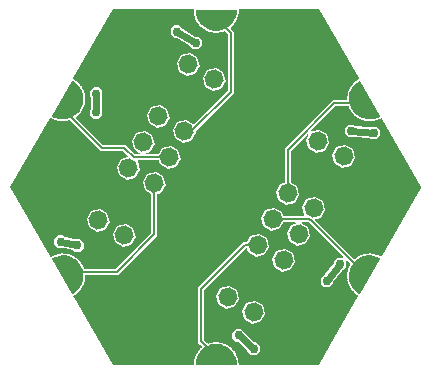
<source format=gbr>
G04 EAGLE Gerber RS-274X export*
G75*
%MOMM*%
%FSLAX34Y34*%
%LPD*%
%INTop Copper*%
%IPPOS*%
%AMOC8*
5,1,8,0,0,1.08239X$1,22.5*%
G01*
%ADD10C,1.000000*%
%ADD11P,1.649562X8X82.500000*%
%ADD12P,1.649562X8X262.500000*%
%ADD13C,0.756400*%
%ADD14C,0.609600*%
%ADD15C,0.203200*%

G36*
X-67572Y319D02*
X-67572Y319D01*
X-67544Y316D01*
X-67476Y339D01*
X-67405Y353D01*
X-67382Y369D01*
X-67366Y374D01*
X-19786Y374D01*
X-19766Y377D01*
X-19747Y375D01*
X-19645Y397D01*
X-19543Y414D01*
X-19526Y423D01*
X-19506Y427D01*
X-19417Y481D01*
X-19326Y529D01*
X-19312Y543D01*
X-19295Y554D01*
X-19228Y632D01*
X-19156Y707D01*
X-19148Y725D01*
X-19135Y741D01*
X-19096Y837D01*
X-19053Y930D01*
X-19051Y950D01*
X-19043Y969D01*
X-19025Y1135D01*
X-19025Y1702D01*
X-19010Y1722D01*
X-18993Y1779D01*
X-18966Y1833D01*
X-18947Y1926D01*
X-18938Y1957D01*
X-18938Y1973D01*
X-18933Y1997D01*
X-18860Y2888D01*
X-18862Y2917D01*
X-18857Y2945D01*
X-18872Y3039D01*
X-18879Y3133D01*
X-18890Y3160D01*
X-18895Y3188D01*
X-18939Y3285D01*
X-18788Y3884D01*
X-18785Y3916D01*
X-18767Y4008D01*
X-18716Y4617D01*
X-18660Y4694D01*
X-18598Y4766D01*
X-18588Y4793D01*
X-18571Y4816D01*
X-18512Y4973D01*
X-18261Y5964D01*
X-18258Y5993D01*
X-18249Y6020D01*
X-18248Y6115D01*
X-18240Y6209D01*
X-18246Y6237D01*
X-18246Y6266D01*
X-18274Y6369D01*
X-18026Y6934D01*
X-18018Y6966D01*
X-18001Y7009D01*
X-17996Y7020D01*
X-17996Y7024D01*
X-17985Y7053D01*
X-17835Y7645D01*
X-17834Y7646D01*
X-17766Y7712D01*
X-17694Y7773D01*
X-17679Y7798D01*
X-17658Y7818D01*
X-17575Y7963D01*
X-17164Y8900D01*
X-17157Y8927D01*
X-17143Y8952D01*
X-17126Y9046D01*
X-17103Y9138D01*
X-17105Y9166D01*
X-17100Y9195D01*
X-17110Y9301D01*
X-16772Y9818D01*
X-16759Y9848D01*
X-16712Y9928D01*
X-16467Y10488D01*
X-16466Y10488D01*
X-16389Y10542D01*
X-16307Y10591D01*
X-16288Y10612D01*
X-16265Y10629D01*
X-16158Y10758D01*
X-15599Y11614D01*
X-15587Y11641D01*
X-15569Y11663D01*
X-15537Y11753D01*
X-15499Y11839D01*
X-15496Y11868D01*
X-15487Y11895D01*
X-15479Y12001D01*
X-15061Y12456D01*
X-15044Y12483D01*
X-14984Y12555D01*
X-14650Y13066D01*
X-14649Y13066D01*
X-14563Y13107D01*
X-14475Y13141D01*
X-14453Y13160D01*
X-14427Y13172D01*
X-14301Y13282D01*
X-13608Y14034D01*
X-13592Y14058D01*
X-13571Y14078D01*
X-13525Y14160D01*
X-13473Y14240D01*
X-13465Y14268D01*
X-13452Y14293D01*
X-13427Y14397D01*
X-12940Y14776D01*
X-12917Y14800D01*
X-12847Y14861D01*
X-12333Y15420D01*
X-12330Y15423D01*
X-12327Y15426D01*
X-12263Y15526D01*
X-12197Y15625D01*
X-12196Y15629D01*
X-12194Y15633D01*
X-12165Y15748D01*
X-12135Y15863D01*
X-12135Y15867D01*
X-12134Y15871D01*
X-12143Y15989D01*
X-12151Y16109D01*
X-12153Y16112D01*
X-12153Y16116D01*
X-12200Y16226D01*
X-12245Y16336D01*
X-12248Y16339D01*
X-12250Y16343D01*
X-12354Y16474D01*
X-13529Y17649D01*
X-15241Y19360D01*
X-15241Y66140D01*
X22988Y104369D01*
X25507Y104369D01*
X25574Y104380D01*
X25641Y104381D01*
X25694Y104399D01*
X25750Y104408D01*
X25809Y104440D01*
X25873Y104463D01*
X25918Y104497D01*
X25967Y104523D01*
X26014Y104572D01*
X26067Y104614D01*
X26114Y104678D01*
X26136Y104702D01*
X26145Y104721D01*
X26166Y104749D01*
X29013Y109681D01*
X36331Y111641D01*
X42892Y107854D01*
X44852Y100536D01*
X41065Y93975D01*
X33747Y92014D01*
X27186Y95802D01*
X26404Y98723D01*
X26386Y98763D01*
X26376Y98806D01*
X26335Y98874D01*
X26302Y98947D01*
X26273Y98979D01*
X26250Y99017D01*
X26189Y99069D01*
X26135Y99127D01*
X26097Y99148D01*
X26063Y99177D01*
X25989Y99207D01*
X25919Y99245D01*
X25876Y99252D01*
X25835Y99269D01*
X25690Y99285D01*
X25677Y99287D01*
X25673Y99287D01*
X25668Y99287D01*
X25408Y99287D01*
X25318Y99272D01*
X25227Y99265D01*
X25197Y99253D01*
X25165Y99247D01*
X25085Y99205D01*
X25001Y99169D01*
X24969Y99143D01*
X24948Y99132D01*
X24926Y99109D01*
X24870Y99064D01*
X-9936Y64258D01*
X-9989Y64184D01*
X-10049Y64115D01*
X-10061Y64084D01*
X-10080Y64058D01*
X-10107Y63971D01*
X-10141Y63886D01*
X-10145Y63846D01*
X-10152Y63823D01*
X-10151Y63791D01*
X-10159Y63720D01*
X-10159Y21780D01*
X-10145Y21690D01*
X-10137Y21599D01*
X-10125Y21569D01*
X-10120Y21537D01*
X-10077Y21457D01*
X-10041Y21373D01*
X-10015Y21341D01*
X-10004Y21320D01*
X-9981Y21298D01*
X-9936Y21242D01*
X-7476Y18782D01*
X-7391Y18721D01*
X-7310Y18656D01*
X-7288Y18647D01*
X-7276Y18638D01*
X-7246Y18629D01*
X-7155Y18590D01*
X-7107Y18576D01*
X-7078Y18572D01*
X-7051Y18562D01*
X-6957Y18557D01*
X-6863Y18545D01*
X-6834Y18550D01*
X-6806Y18549D01*
X-6642Y18585D01*
X-5675Y18918D01*
X-5650Y18931D01*
X-5622Y18938D01*
X-5542Y18989D01*
X-5458Y19034D01*
X-5438Y19055D01*
X-5414Y19070D01*
X-5343Y19150D01*
X-4734Y19251D01*
X-4703Y19262D01*
X-4612Y19282D01*
X-4035Y19481D01*
X-4034Y19480D01*
X-3941Y19460D01*
X-3850Y19432D01*
X-3822Y19433D01*
X-3794Y19427D01*
X-3626Y19436D01*
X-2617Y19605D01*
X-2590Y19614D01*
X-2562Y19616D01*
X-2474Y19653D01*
X-2385Y19684D01*
X-2362Y19701D01*
X-2335Y19712D01*
X-2252Y19779D01*
X-1635Y19779D01*
X-1603Y19784D01*
X-1509Y19790D01*
X-907Y19890D01*
X-906Y19890D01*
X-818Y19854D01*
X-733Y19812D01*
X-705Y19808D01*
X-678Y19798D01*
X-511Y19779D01*
X511Y19779D01*
X540Y19784D01*
X568Y19781D01*
X661Y19804D01*
X754Y19819D01*
X779Y19832D01*
X807Y19839D01*
X901Y19891D01*
X1509Y19790D01*
X1542Y19789D01*
X1635Y19779D01*
X2246Y19779D01*
X2327Y19729D01*
X2404Y19674D01*
X2432Y19665D01*
X2456Y19650D01*
X2617Y19605D01*
X3626Y19436D01*
X3655Y19436D01*
X3683Y19429D01*
X3777Y19436D01*
X3872Y19436D01*
X3899Y19445D01*
X3928Y19447D01*
X4029Y19483D01*
X4612Y19282D01*
X4644Y19277D01*
X4734Y19251D01*
X5337Y19151D01*
X5337Y19150D01*
X5409Y19088D01*
X5476Y19021D01*
X5501Y19008D01*
X5523Y18989D01*
X5675Y18918D01*
X6642Y18585D01*
X6670Y18581D01*
X6696Y18569D01*
X6791Y18560D01*
X6885Y18544D01*
X6913Y18549D01*
X6941Y18546D01*
X7047Y18565D01*
X7590Y18271D01*
X7620Y18261D01*
X7705Y18221D01*
X8282Y18022D01*
X8283Y18022D01*
X8343Y17949D01*
X8398Y17871D01*
X8421Y17854D01*
X8440Y17832D01*
X8577Y17737D01*
X9477Y17250D01*
X9504Y17240D01*
X9528Y17225D01*
X9620Y17200D01*
X9709Y17169D01*
X9738Y17169D01*
X9766Y17162D01*
X9872Y17163D01*
X10359Y16784D01*
X10388Y16768D01*
X10465Y16715D01*
X11002Y16424D01*
X11050Y16341D01*
X11091Y16256D01*
X11111Y16236D01*
X11126Y16211D01*
X11246Y16094D01*
X12053Y15466D01*
X12078Y15452D01*
X12099Y15433D01*
X12186Y15393D01*
X12269Y15348D01*
X12297Y15343D01*
X12323Y15331D01*
X12429Y15315D01*
X12847Y14861D01*
X12873Y14841D01*
X12940Y14776D01*
X13422Y14401D01*
X13422Y14400D01*
X13455Y14311D01*
X13482Y14220D01*
X13498Y14196D01*
X13509Y14170D01*
X13608Y14034D01*
X14301Y13282D01*
X14323Y13264D01*
X14341Y13242D01*
X14419Y13189D01*
X14494Y13130D01*
X14521Y13121D01*
X14545Y13105D01*
X14647Y13072D01*
X14984Y12555D01*
X15006Y12531D01*
X15061Y12456D01*
X15475Y12006D01*
X15475Y12005D01*
X15493Y11912D01*
X15505Y11818D01*
X15517Y11792D01*
X15523Y11764D01*
X15599Y11614D01*
X16158Y10758D01*
X16177Y10737D01*
X16191Y10712D01*
X16260Y10647D01*
X16324Y10577D01*
X16349Y10563D01*
X16370Y10543D01*
X16465Y10494D01*
X16712Y9928D01*
X16730Y9901D01*
X16772Y9818D01*
X17107Y9306D01*
X17106Y9306D01*
X17109Y9211D01*
X17105Y9116D01*
X17113Y9088D01*
X17114Y9060D01*
X17164Y8900D01*
X17575Y7963D01*
X17590Y7939D01*
X17599Y7912D01*
X17657Y7836D01*
X17708Y7757D01*
X17731Y7739D01*
X17748Y7716D01*
X17833Y7652D01*
X17985Y7053D01*
X17998Y7023D01*
X18020Y6954D01*
X18021Y6946D01*
X18023Y6943D01*
X18026Y6934D01*
X18271Y6375D01*
X18271Y6374D01*
X18258Y6280D01*
X18238Y6187D01*
X18242Y6159D01*
X18238Y6130D01*
X18261Y5964D01*
X18512Y4973D01*
X18523Y4946D01*
X18528Y4918D01*
X18572Y4834D01*
X18610Y4747D01*
X18629Y4726D01*
X18643Y4701D01*
X18716Y4623D01*
X18767Y4008D01*
X18775Y3976D01*
X18788Y3884D01*
X18938Y3292D01*
X18937Y3291D01*
X18909Y3200D01*
X18874Y3112D01*
X18873Y3083D01*
X18864Y3056D01*
X18860Y2888D01*
X18933Y1997D01*
X18948Y1939D01*
X18953Y1879D01*
X18978Y1821D01*
X18993Y1759D01*
X19025Y1709D01*
X19025Y1135D01*
X19028Y1116D01*
X19026Y1096D01*
X19048Y995D01*
X19064Y893D01*
X19074Y875D01*
X19078Y856D01*
X19131Y767D01*
X19180Y675D01*
X19194Y662D01*
X19204Y644D01*
X19283Y577D01*
X19358Y506D01*
X19376Y498D01*
X19391Y485D01*
X19487Y446D01*
X19581Y402D01*
X19601Y400D01*
X19619Y393D01*
X19786Y374D01*
X67369Y374D01*
X67384Y362D01*
X67412Y355D01*
X67436Y341D01*
X67536Y324D01*
X67577Y314D01*
X67587Y315D01*
X67600Y313D01*
X86600Y313D01*
X86676Y329D01*
X86754Y337D01*
X86773Y348D01*
X86795Y353D01*
X86859Y397D01*
X86927Y435D01*
X86943Y454D01*
X86959Y465D01*
X86983Y503D01*
X87033Y563D01*
X96533Y17063D01*
X96542Y17091D01*
X96558Y17114D01*
X96573Y17184D01*
X96596Y17252D01*
X96593Y17281D01*
X96599Y17309D01*
X96586Y17379D01*
X96580Y17450D01*
X96567Y17476D01*
X96561Y17504D01*
X96554Y17515D01*
X120251Y58559D01*
X120258Y58578D01*
X120270Y58593D01*
X120301Y58692D01*
X120338Y58789D01*
X120339Y58809D01*
X120345Y58828D01*
X120343Y58931D01*
X120347Y59035D01*
X120342Y59054D01*
X120341Y59074D01*
X120307Y59171D01*
X120277Y59271D01*
X120266Y59287D01*
X120259Y59306D01*
X120196Y59387D01*
X120136Y59472D01*
X120120Y59484D01*
X120108Y59499D01*
X119973Y59599D01*
X119617Y59805D01*
X119607Y59827D01*
X119566Y59871D01*
X119533Y59922D01*
X119461Y59984D01*
X119439Y60008D01*
X119425Y60015D01*
X119406Y60032D01*
X118675Y60540D01*
X118649Y60552D01*
X118627Y60571D01*
X118538Y60605D01*
X118453Y60646D01*
X118424Y60649D01*
X118397Y60660D01*
X118291Y60670D01*
X117849Y61101D01*
X117822Y61119D01*
X117752Y61181D01*
X117250Y61529D01*
X117250Y61530D01*
X117212Y61617D01*
X117180Y61706D01*
X117162Y61729D01*
X117151Y61755D01*
X117044Y61884D01*
X116314Y62596D01*
X116290Y62612D01*
X116272Y62634D01*
X116215Y62668D01*
X116193Y62686D01*
X116173Y62694D01*
X116112Y62737D01*
X116085Y62745D01*
X116060Y62759D01*
X115957Y62787D01*
X115592Y63285D01*
X115569Y63308D01*
X115509Y63380D01*
X115072Y63806D01*
X115072Y63807D01*
X115048Y63899D01*
X115032Y63992D01*
X115018Y64017D01*
X115011Y64045D01*
X114927Y64190D01*
X114324Y65012D01*
X114303Y65032D01*
X114289Y65057D01*
X114216Y65118D01*
X114148Y65184D01*
X114122Y65197D01*
X114101Y65215D01*
X114003Y65260D01*
X113725Y65811D01*
X113706Y65837D01*
X113659Y65918D01*
X113298Y66410D01*
X113298Y66411D01*
X113290Y66506D01*
X113289Y66601D01*
X113280Y66628D01*
X113277Y66656D01*
X113218Y66813D01*
X112759Y67723D01*
X112742Y67747D01*
X112731Y67773D01*
X112687Y67825D01*
X112669Y67855D01*
X112652Y67870D01*
X112614Y67922D01*
X112590Y67939D01*
X112572Y67960D01*
X112483Y68020D01*
X112299Y68609D01*
X112285Y68639D01*
X112252Y68726D01*
X111977Y69271D01*
X111977Y69272D01*
X111985Y69367D01*
X111999Y69460D01*
X111994Y69488D01*
X111997Y69517D01*
X111965Y69682D01*
X111661Y70655D01*
X111651Y70674D01*
X111648Y70689D01*
X111645Y70694D01*
X111642Y70709D01*
X111593Y70790D01*
X111551Y70875D01*
X111530Y70895D01*
X111516Y70920D01*
X111438Y70993D01*
X111354Y71605D01*
X111344Y71636D01*
X111326Y71727D01*
X111144Y72311D01*
X111145Y72311D01*
X111168Y72403D01*
X111198Y72493D01*
X111198Y72522D01*
X111205Y72550D01*
X111200Y72717D01*
X111061Y73727D01*
X111052Y73755D01*
X111051Y73783D01*
X111016Y73872D01*
X110988Y73962D01*
X110972Y73986D01*
X110961Y74012D01*
X110897Y74098D01*
X110914Y74715D01*
X110910Y74747D01*
X110907Y74840D01*
X110824Y75445D01*
X110824Y75446D01*
X110862Y75533D01*
X110907Y75617D01*
X110911Y75645D01*
X110923Y75671D01*
X110946Y75838D01*
X110975Y76857D01*
X110971Y76885D01*
X110974Y76914D01*
X110954Y77007D01*
X110942Y77100D01*
X110929Y77126D01*
X110923Y77154D01*
X110874Y77249D01*
X110992Y77854D01*
X110993Y77887D01*
X111006Y77979D01*
X111024Y78590D01*
X111024Y78591D01*
X111076Y78670D01*
X111133Y78746D01*
X111143Y78773D01*
X111158Y78797D01*
X111208Y78957D01*
X111405Y79957D01*
X111405Y79986D01*
X111413Y80014D01*
X111409Y80109D01*
X111412Y80203D01*
X111404Y80231D01*
X111403Y80259D01*
X111370Y80361D01*
X111586Y80939D01*
X111593Y80971D01*
X111621Y81060D01*
X111738Y81659D01*
X111739Y81660D01*
X111803Y81730D01*
X111872Y81795D01*
X111886Y81820D01*
X111905Y81841D01*
X111981Y81991D01*
X112339Y82945D01*
X112345Y82973D01*
X112357Y82999D01*
X112369Y83093D01*
X112387Y83186D01*
X112384Y83215D01*
X112387Y83243D01*
X112371Y83349D01*
X112680Y83883D01*
X112691Y83914D01*
X112734Y83997D01*
X112948Y84569D01*
X112949Y84569D01*
X113024Y84628D01*
X113103Y84680D01*
X113120Y84703D01*
X113143Y84721D01*
X113242Y84856D01*
X113507Y85314D01*
X113523Y85355D01*
X113547Y85392D01*
X113566Y85469D01*
X113594Y85544D01*
X113596Y85588D01*
X113607Y85631D01*
X113600Y85710D01*
X113603Y85790D01*
X113591Y85832D01*
X113587Y85876D01*
X113556Y85949D01*
X113534Y86025D01*
X113508Y86062D01*
X113491Y86102D01*
X113401Y86215D01*
X113392Y86227D01*
X113390Y86229D01*
X113386Y86233D01*
X111381Y88238D01*
X111323Y88280D01*
X111271Y88329D01*
X111224Y88351D01*
X111182Y88382D01*
X111113Y88403D01*
X111048Y88433D01*
X110996Y88439D01*
X110946Y88454D01*
X110875Y88452D01*
X110804Y88460D01*
X110753Y88449D01*
X110701Y88448D01*
X110633Y88423D01*
X110563Y88408D01*
X110519Y88381D01*
X110470Y88363D01*
X110414Y88318D01*
X110352Y88282D01*
X110318Y88242D01*
X110278Y88209D01*
X110239Y88149D01*
X110192Y88095D01*
X110173Y88046D01*
X110145Y88003D01*
X110127Y87933D01*
X110100Y87867D01*
X110092Y87795D01*
X110084Y87764D01*
X110086Y87741D01*
X110082Y87700D01*
X110082Y83527D01*
X106973Y80418D01*
X106813Y80418D01*
X106798Y80416D01*
X106783Y80418D01*
X106677Y80396D01*
X106570Y80379D01*
X106557Y80371D01*
X106542Y80368D01*
X106448Y80314D01*
X106353Y80263D01*
X106342Y80252D01*
X106329Y80245D01*
X106212Y80124D01*
X99130Y71018D01*
X99108Y70980D01*
X99080Y70946D01*
X99050Y70872D01*
X99012Y70802D01*
X99004Y70759D01*
X98988Y70718D01*
X98972Y70575D01*
X98969Y70560D01*
X98970Y70557D01*
X98969Y70551D01*
X98969Y69239D01*
X95861Y66131D01*
X91464Y66131D01*
X88356Y69239D01*
X88356Y73636D01*
X91464Y76744D01*
X91625Y76744D01*
X91640Y76747D01*
X91655Y76745D01*
X91761Y76767D01*
X91867Y76784D01*
X91881Y76791D01*
X91896Y76794D01*
X91989Y76849D01*
X92085Y76899D01*
X92095Y76910D01*
X92109Y76918D01*
X92226Y77038D01*
X99308Y86144D01*
X99329Y86183D01*
X99358Y86217D01*
X99388Y86290D01*
X99426Y86360D01*
X99433Y86404D01*
X99450Y86445D01*
X99466Y86588D01*
X99468Y86602D01*
X99468Y86606D01*
X99468Y86611D01*
X99468Y87923D01*
X102577Y91032D01*
X106750Y91032D01*
X106821Y91043D01*
X106892Y91045D01*
X106941Y91063D01*
X106993Y91071D01*
X107056Y91105D01*
X107123Y91130D01*
X107164Y91162D01*
X107210Y91187D01*
X107259Y91238D01*
X107315Y91283D01*
X107343Y91327D01*
X107379Y91365D01*
X107410Y91430D01*
X107448Y91490D01*
X107461Y91541D01*
X107483Y91588D01*
X107491Y91659D01*
X107508Y91729D01*
X107504Y91781D01*
X107510Y91832D01*
X107495Y91903D01*
X107489Y91974D01*
X107469Y92022D01*
X107458Y92073D01*
X107421Y92134D01*
X107393Y92200D01*
X107348Y92256D01*
X107332Y92284D01*
X107314Y92299D01*
X107288Y92331D01*
X79495Y120125D01*
X79482Y120134D01*
X79472Y120146D01*
X79337Y120246D01*
X77715Y121182D01*
X77608Y121223D01*
X77501Y121266D01*
X77491Y121267D01*
X77485Y121269D01*
X77462Y121270D01*
X77334Y121284D01*
X73270Y121284D01*
X73223Y121277D01*
X73175Y121278D01*
X73102Y121257D01*
X73027Y121245D01*
X72985Y121222D01*
X72939Y121208D01*
X72877Y121165D01*
X72810Y121129D01*
X72777Y121095D01*
X72738Y121067D01*
X72693Y121006D01*
X72641Y120951D01*
X72620Y120908D01*
X72592Y120869D01*
X72569Y120797D01*
X72537Y120728D01*
X72532Y120680D01*
X72517Y120635D01*
X72518Y120559D01*
X72510Y120484D01*
X72520Y120437D01*
X72521Y120389D01*
X72546Y120317D01*
X72562Y120243D01*
X72587Y120202D01*
X72603Y120157D01*
X72649Y120097D01*
X72688Y120032D01*
X72725Y120001D01*
X72754Y119963D01*
X72858Y119887D01*
X72875Y119872D01*
X72881Y119870D01*
X72889Y119864D01*
X77589Y117151D01*
X79549Y109833D01*
X75762Y103272D01*
X68444Y101312D01*
X61883Y105099D01*
X59923Y112417D01*
X63710Y118978D01*
X66733Y119788D01*
X66755Y119798D01*
X66779Y119802D01*
X66867Y119848D01*
X66958Y119889D01*
X66975Y119905D01*
X66996Y119917D01*
X67065Y119989D01*
X67138Y120056D01*
X67149Y120077D01*
X67166Y120095D01*
X67208Y120185D01*
X67255Y120272D01*
X67259Y120296D01*
X67269Y120318D01*
X67280Y120417D01*
X67298Y120515D01*
X67294Y120539D01*
X67297Y120562D01*
X67275Y120660D01*
X67260Y120758D01*
X67249Y120779D01*
X67244Y120803D01*
X67193Y120888D01*
X67148Y120977D01*
X67130Y120993D01*
X67118Y121014D01*
X67042Y121079D01*
X66971Y121148D01*
X66950Y121158D01*
X66931Y121174D01*
X66839Y121211D01*
X66749Y121254D01*
X66725Y121257D01*
X66703Y121266D01*
X66536Y121284D01*
X57271Y121284D01*
X57204Y121273D01*
X57137Y121272D01*
X57084Y121254D01*
X57028Y121245D01*
X56969Y121213D01*
X56905Y121190D01*
X56860Y121156D01*
X56811Y121129D01*
X56764Y121081D01*
X56711Y121039D01*
X56664Y120975D01*
X56641Y120951D01*
X56633Y120932D01*
X56612Y120904D01*
X53765Y115972D01*
X46447Y114012D01*
X39886Y117799D01*
X37925Y125117D01*
X41713Y131678D01*
X49031Y133638D01*
X55592Y129851D01*
X56374Y126930D01*
X56392Y126890D01*
X56402Y126847D01*
X56443Y126779D01*
X56475Y126706D01*
X56505Y126674D01*
X56528Y126636D01*
X56589Y126584D01*
X56643Y126526D01*
X56681Y126505D01*
X56715Y126476D01*
X56789Y126446D01*
X56859Y126408D01*
X56902Y126401D01*
X56943Y126384D01*
X57087Y126368D01*
X57101Y126366D01*
X57105Y126366D01*
X57110Y126366D01*
X73787Y126366D01*
X73904Y126385D01*
X74022Y126403D01*
X74026Y126405D01*
X74030Y126405D01*
X74135Y126461D01*
X74240Y126516D01*
X74243Y126519D01*
X74247Y126521D01*
X74329Y126607D01*
X74412Y126692D01*
X74414Y126696D01*
X74416Y126699D01*
X74467Y126807D01*
X74518Y126914D01*
X74518Y126918D01*
X74520Y126922D01*
X74533Y127039D01*
X74548Y127158D01*
X74547Y127163D01*
X74547Y127166D01*
X74544Y127180D01*
X74522Y127324D01*
X72623Y134414D01*
X76410Y140975D01*
X83728Y142936D01*
X90289Y139148D01*
X92249Y131830D01*
X88462Y125269D01*
X84273Y124147D01*
X84187Y124108D01*
X84097Y124075D01*
X84075Y124057D01*
X84049Y124046D01*
X83979Y123981D01*
X83905Y123921D01*
X83890Y123898D01*
X83869Y123878D01*
X83824Y123795D01*
X83772Y123715D01*
X83765Y123687D01*
X83752Y123662D01*
X83735Y123568D01*
X83712Y123476D01*
X83714Y123448D01*
X83709Y123420D01*
X83724Y123326D01*
X83731Y123231D01*
X83742Y123205D01*
X83746Y123177D01*
X83790Y123092D01*
X83827Y123004D01*
X83849Y122977D01*
X83859Y122958D01*
X83883Y122935D01*
X83932Y122873D01*
X116552Y90253D01*
X116647Y90185D01*
X116740Y90116D01*
X116747Y90114D01*
X116752Y90110D01*
X116862Y90076D01*
X116974Y90039D01*
X116981Y90039D01*
X116987Y90037D01*
X117103Y90040D01*
X117220Y90041D01*
X117226Y90044D01*
X117233Y90044D01*
X117343Y90084D01*
X117452Y90122D01*
X117459Y90126D01*
X117464Y90128D01*
X117479Y90141D01*
X117590Y90217D01*
X117850Y90444D01*
X117869Y90466D01*
X117892Y90482D01*
X117947Y90560D01*
X118007Y90633D01*
X118018Y90660D01*
X118034Y90683D01*
X118071Y90783D01*
X118597Y91106D01*
X118621Y91128D01*
X118698Y91181D01*
X119159Y91582D01*
X119160Y91582D01*
X119253Y91597D01*
X119348Y91606D01*
X119374Y91618D01*
X119402Y91623D01*
X119554Y91694D01*
X120423Y92227D01*
X120445Y92246D01*
X120470Y92259D01*
X120537Y92326D01*
X120609Y92388D01*
X120624Y92413D01*
X120644Y92433D01*
X120696Y92526D01*
X121268Y92758D01*
X121296Y92775D01*
X121380Y92815D01*
X121901Y93135D01*
X121902Y93134D01*
X121997Y93134D01*
X122091Y93128D01*
X122119Y93135D01*
X122148Y93135D01*
X122309Y93180D01*
X123254Y93563D01*
X123278Y93578D01*
X123306Y93587D01*
X123383Y93642D01*
X123464Y93691D01*
X123482Y93713D01*
X123506Y93730D01*
X123573Y93813D01*
X124175Y93948D01*
X124205Y93960D01*
X124295Y93985D01*
X124861Y94215D01*
X124862Y94214D01*
X124956Y94199D01*
X125048Y94177D01*
X125076Y94179D01*
X125105Y94174D01*
X125271Y94193D01*
X126266Y94415D01*
X126293Y94426D01*
X126321Y94430D01*
X126406Y94471D01*
X126495Y94507D01*
X126516Y94525D01*
X126542Y94538D01*
X126622Y94609D01*
X127238Y94643D01*
X127270Y94650D01*
X127363Y94660D01*
X127959Y94793D01*
X128049Y94762D01*
X128137Y94725D01*
X128165Y94723D01*
X128192Y94713D01*
X128360Y94704D01*
X129378Y94759D01*
X129406Y94766D01*
X129434Y94765D01*
X129525Y94792D01*
X129618Y94812D01*
X129642Y94827D01*
X129670Y94835D01*
X129760Y94892D01*
X130374Y94824D01*
X130406Y94826D01*
X130499Y94821D01*
X131109Y94854D01*
X131110Y94853D01*
X131194Y94808D01*
X131274Y94757D01*
X131301Y94750D01*
X131327Y94737D01*
X131490Y94700D01*
X132503Y94587D01*
X132532Y94589D01*
X132560Y94583D01*
X132654Y94595D01*
X132749Y94600D01*
X132776Y94610D01*
X132804Y94614D01*
X132903Y94655D01*
X133497Y94487D01*
X133529Y94483D01*
X133620Y94463D01*
X134227Y94395D01*
X134227Y94394D01*
X134302Y94336D01*
X134373Y94273D01*
X134399Y94261D01*
X134422Y94244D01*
X134577Y94181D01*
X135558Y93902D01*
X135587Y93899D01*
X135613Y93889D01*
X135708Y93885D01*
X135802Y93874D01*
X135831Y93880D01*
X135859Y93879D01*
X135963Y93904D01*
X136521Y93640D01*
X136552Y93631D01*
X136639Y93596D01*
X137227Y93429D01*
X137291Y93359D01*
X137350Y93285D01*
X137374Y93269D01*
X137394Y93248D01*
X137537Y93160D01*
X138342Y92779D01*
X138400Y92763D01*
X138454Y92737D01*
X138517Y92729D01*
X138578Y92712D01*
X138637Y92714D01*
X138978Y92517D01*
X138997Y92510D01*
X139013Y92498D01*
X139111Y92467D01*
X139208Y92430D01*
X139228Y92429D01*
X139247Y92423D01*
X139350Y92425D01*
X139453Y92421D01*
X139473Y92427D01*
X139493Y92427D01*
X139590Y92461D01*
X139689Y92491D01*
X139706Y92502D01*
X139725Y92509D01*
X139806Y92572D01*
X139891Y92632D01*
X139903Y92648D01*
X139919Y92661D01*
X140018Y92796D01*
X163704Y133821D01*
X163727Y133823D01*
X163798Y133823D01*
X163825Y133834D01*
X163854Y133837D01*
X163916Y133873D01*
X163981Y133900D01*
X164002Y133921D01*
X164027Y133935D01*
X164090Y134012D01*
X164120Y134043D01*
X164124Y134053D01*
X164133Y134063D01*
X173633Y150563D01*
X173643Y150595D01*
X173652Y150608D01*
X173656Y150633D01*
X173657Y150636D01*
X173688Y150707D01*
X173688Y150730D01*
X173696Y150752D01*
X173690Y150829D01*
X173691Y150906D01*
X173681Y150930D01*
X173680Y150950D01*
X173659Y150990D01*
X173633Y151062D01*
X173573Y151166D01*
X173572Y151169D01*
X173574Y151225D01*
X173555Y151290D01*
X173546Y151357D01*
X173514Y151430D01*
X173505Y151461D01*
X173493Y151478D01*
X173478Y151511D01*
X140293Y208988D01*
X140280Y209004D01*
X140272Y209022D01*
X140202Y209099D01*
X140137Y209179D01*
X140120Y209189D01*
X140106Y209204D01*
X140016Y209255D01*
X139929Y209309D01*
X139909Y209314D01*
X139891Y209324D01*
X139790Y209343D01*
X139690Y209367D01*
X139670Y209365D01*
X139650Y209369D01*
X139547Y209354D01*
X139445Y209345D01*
X139426Y209337D01*
X139406Y209334D01*
X139253Y209267D01*
X138644Y208915D01*
X138619Y208917D01*
X138561Y208904D01*
X138501Y208900D01*
X138411Y208869D01*
X138379Y208862D01*
X138366Y208854D01*
X138342Y208846D01*
X137537Y208465D01*
X137513Y208449D01*
X137486Y208439D01*
X137412Y208379D01*
X137334Y208325D01*
X137317Y208302D01*
X137295Y208284D01*
X137233Y208197D01*
X136639Y208029D01*
X136609Y208015D01*
X136521Y207985D01*
X135969Y207724D01*
X135968Y207724D01*
X135874Y207734D01*
X135780Y207751D01*
X135752Y207747D01*
X135724Y207750D01*
X135558Y207723D01*
X134577Y207444D01*
X134551Y207432D01*
X134523Y207427D01*
X134440Y207380D01*
X134355Y207340D01*
X134334Y207320D01*
X134309Y207306D01*
X134233Y207231D01*
X133620Y207162D01*
X133589Y207154D01*
X133497Y207138D01*
X132909Y206971D01*
X132908Y206972D01*
X132817Y206997D01*
X132728Y207030D01*
X132699Y207030D01*
X132671Y207038D01*
X132503Y207038D01*
X131490Y206925D01*
X131463Y206917D01*
X131434Y206917D01*
X131345Y206884D01*
X131253Y206859D01*
X131230Y206843D01*
X131203Y206833D01*
X131116Y206771D01*
X130499Y206804D01*
X130467Y206801D01*
X130374Y206801D01*
X129767Y206733D01*
X129766Y206734D01*
X129680Y206774D01*
X129597Y206820D01*
X129569Y206826D01*
X129543Y206838D01*
X129378Y206866D01*
X128360Y206921D01*
X128331Y206918D01*
X128303Y206922D01*
X128210Y206905D01*
X128115Y206895D01*
X128089Y206883D01*
X128061Y206877D01*
X127965Y206830D01*
X127363Y206965D01*
X127330Y206967D01*
X127238Y206982D01*
X126628Y207015D01*
X126628Y207016D01*
X126549Y207070D01*
X126476Y207129D01*
X126448Y207139D01*
X126425Y207156D01*
X126266Y207210D01*
X125345Y207416D01*
X125271Y207432D01*
X125243Y207434D01*
X125215Y207443D01*
X125121Y207441D01*
X125026Y207446D01*
X124998Y207439D01*
X124969Y207438D01*
X124867Y207408D01*
X124295Y207640D01*
X124263Y207647D01*
X124175Y207677D01*
X123579Y207810D01*
X123578Y207811D01*
X123510Y207877D01*
X123447Y207948D01*
X123422Y207962D01*
X123402Y207982D01*
X123254Y208062D01*
X122309Y208445D01*
X122281Y208451D01*
X122256Y208464D01*
X122162Y208478D01*
X122069Y208499D01*
X122041Y208496D01*
X122012Y208500D01*
X121906Y208487D01*
X121380Y208810D01*
X121350Y208822D01*
X121268Y208867D01*
X120702Y209096D01*
X120702Y209097D01*
X120645Y209173D01*
X120595Y209254D01*
X120572Y209272D01*
X120555Y209295D01*
X120423Y209398D01*
X119554Y209931D01*
X119528Y209942D01*
X119504Y209959D01*
X119414Y209988D01*
X119326Y210024D01*
X119298Y210026D01*
X119270Y210035D01*
X119164Y210039D01*
X118698Y210444D01*
X118670Y210461D01*
X118597Y210519D01*
X118076Y210838D01*
X118076Y210839D01*
X118033Y210924D01*
X117996Y211011D01*
X117977Y211033D01*
X117964Y211058D01*
X117850Y211181D01*
X117081Y211851D01*
X117057Y211866D01*
X117037Y211886D01*
X116953Y211930D01*
X116872Y211980D01*
X116844Y211986D01*
X116819Y212000D01*
X116714Y212021D01*
X116321Y212498D01*
X116297Y212519D01*
X116234Y212588D01*
X115773Y212989D01*
X115744Y213080D01*
X115722Y213172D01*
X115707Y213197D01*
X115698Y213224D01*
X115607Y213364D01*
X114958Y214151D01*
X114936Y214170D01*
X114920Y214193D01*
X114844Y214250D01*
X114773Y214313D01*
X114746Y214324D01*
X114723Y214341D01*
X114624Y214380D01*
X114315Y214914D01*
X114294Y214940D01*
X114243Y215018D01*
X113855Y215489D01*
X113855Y215490D01*
X113841Y215584D01*
X113835Y215678D01*
X113824Y215705D01*
X113820Y215733D01*
X113753Y215887D01*
X113242Y216769D01*
X113224Y216791D01*
X113212Y216817D01*
X113146Y216886D01*
X113086Y216960D01*
X113062Y216975D01*
X113042Y216996D01*
X112950Y217050D01*
X112734Y217628D01*
X112717Y217656D01*
X112680Y217742D01*
X112374Y218271D01*
X112377Y218366D01*
X112386Y218461D01*
X112380Y218489D01*
X112380Y218517D01*
X112339Y218680D01*
X112115Y219278D01*
X112111Y219284D01*
X112110Y219290D01*
X112050Y219390D01*
X111992Y219491D01*
X111987Y219496D01*
X111984Y219501D01*
X111895Y219577D01*
X111808Y219654D01*
X111802Y219657D01*
X111797Y219661D01*
X111688Y219705D01*
X111582Y219750D01*
X111575Y219751D01*
X111569Y219753D01*
X111402Y219772D01*
X101443Y219772D01*
X101353Y219757D01*
X101262Y219750D01*
X101232Y219737D01*
X101200Y219732D01*
X101119Y219689D01*
X101035Y219654D01*
X101003Y219628D01*
X100983Y219617D01*
X100960Y219594D01*
X100904Y219549D01*
X80745Y199389D01*
X80717Y199350D01*
X80682Y199317D01*
X80645Y199251D01*
X80601Y199189D01*
X80587Y199144D01*
X80564Y199101D01*
X80551Y199026D01*
X80529Y198954D01*
X80530Y198906D01*
X80522Y198859D01*
X80533Y198784D01*
X80535Y198708D01*
X80552Y198663D01*
X80559Y198616D01*
X80593Y198549D01*
X80620Y198477D01*
X80650Y198440D01*
X80672Y198397D01*
X80726Y198345D01*
X80773Y198285D01*
X80814Y198259D01*
X80848Y198226D01*
X80916Y198193D01*
X80980Y198152D01*
X81027Y198141D01*
X81070Y198120D01*
X81145Y198111D01*
X81219Y198092D01*
X81266Y198096D01*
X81314Y198090D01*
X81442Y198110D01*
X81464Y198111D01*
X81470Y198114D01*
X81480Y198115D01*
X87131Y199630D01*
X93692Y195842D01*
X95652Y188524D01*
X91865Y181963D01*
X84547Y180003D01*
X77986Y183790D01*
X76025Y191108D01*
X78000Y194528D01*
X78008Y194550D01*
X78022Y194570D01*
X78052Y194665D01*
X78087Y194758D01*
X78088Y194782D01*
X78095Y194805D01*
X78092Y194904D01*
X78096Y195004D01*
X78089Y195027D01*
X78088Y195051D01*
X78054Y195144D01*
X78026Y195240D01*
X78012Y195259D01*
X78004Y195282D01*
X77942Y195359D01*
X77885Y195441D01*
X77865Y195455D01*
X77850Y195474D01*
X77766Y195528D01*
X77687Y195586D01*
X77664Y195594D01*
X77643Y195607D01*
X77547Y195631D01*
X77452Y195661D01*
X77428Y195661D01*
X77405Y195667D01*
X77306Y195659D01*
X77206Y195658D01*
X77184Y195650D01*
X77160Y195648D01*
X77068Y195609D01*
X76974Y195576D01*
X76955Y195561D01*
X76933Y195551D01*
X76802Y195447D01*
X63203Y181847D01*
X63150Y181773D01*
X63090Y181704D01*
X63078Y181673D01*
X63059Y181647D01*
X63032Y181560D01*
X62998Y181475D01*
X62994Y181435D01*
X62987Y181412D01*
X62988Y181380D01*
X62980Y181309D01*
X62980Y155354D01*
X62991Y155287D01*
X62992Y155220D01*
X63010Y155167D01*
X63019Y155111D01*
X63051Y155052D01*
X63074Y154988D01*
X63108Y154943D01*
X63135Y154894D01*
X63183Y154847D01*
X63225Y154794D01*
X63289Y154747D01*
X63313Y154725D01*
X63332Y154716D01*
X63360Y154695D01*
X68292Y151848D01*
X70252Y144530D01*
X66465Y137969D01*
X59147Y136009D01*
X52586Y139796D01*
X50625Y147114D01*
X54413Y153675D01*
X57334Y154457D01*
X57374Y154475D01*
X57417Y154485D01*
X57485Y154526D01*
X57558Y154559D01*
X57590Y154588D01*
X57628Y154611D01*
X57680Y154672D01*
X57738Y154726D01*
X57759Y154764D01*
X57788Y154798D01*
X57818Y154872D01*
X57856Y154942D01*
X57863Y154985D01*
X57880Y155026D01*
X57896Y155171D01*
X57898Y155184D01*
X57898Y155188D01*
X57898Y155193D01*
X57898Y183729D01*
X99023Y224853D01*
X110189Y224853D01*
X110219Y224858D01*
X110250Y224856D01*
X110340Y224878D01*
X110432Y224893D01*
X110459Y224907D01*
X110489Y224915D01*
X110567Y224965D01*
X110649Y225008D01*
X110670Y225030D01*
X110696Y225047D01*
X110755Y225119D01*
X110819Y225186D01*
X110832Y225214D01*
X110851Y225238D01*
X110883Y225325D01*
X110922Y225409D01*
X110926Y225440D01*
X110936Y225469D01*
X110950Y225636D01*
X110946Y225787D01*
X110940Y225816D01*
X110942Y225844D01*
X110917Y225936D01*
X110899Y226029D01*
X110885Y226054D01*
X110878Y226082D01*
X110823Y226173D01*
X110907Y226785D01*
X110907Y226817D01*
X110914Y226910D01*
X110897Y227521D01*
X110898Y227522D01*
X110914Y227550D01*
X110923Y227560D01*
X110940Y227595D01*
X110945Y227604D01*
X110998Y227682D01*
X111006Y227710D01*
X111020Y227735D01*
X111061Y227898D01*
X111200Y228908D01*
X111200Y228936D01*
X111206Y228964D01*
X111196Y229059D01*
X111194Y229153D01*
X111184Y229180D01*
X111181Y229209D01*
X111142Y229308D01*
X111326Y229898D01*
X111331Y229930D01*
X111354Y230020D01*
X111437Y230626D01*
X111438Y230626D01*
X111498Y230699D01*
X111563Y230768D01*
X111576Y230794D01*
X111594Y230816D01*
X111661Y230970D01*
X111965Y231943D01*
X111969Y231972D01*
X111980Y231998D01*
X111986Y232093D01*
X111999Y232187D01*
X111994Y232215D01*
X111996Y232244D01*
X111974Y232348D01*
X112252Y232899D01*
X112262Y232930D01*
X112299Y233016D01*
X112481Y233599D01*
X112482Y233599D01*
X112553Y233662D01*
X112629Y233719D01*
X112645Y233742D01*
X112667Y233761D01*
X112759Y233902D01*
X113218Y234812D01*
X113227Y234839D01*
X113242Y234863D01*
X113264Y234956D01*
X113292Y235046D01*
X113292Y235075D01*
X113298Y235103D01*
X113294Y235210D01*
X113659Y235707D01*
X113674Y235736D01*
X113725Y235814D01*
X114000Y236360D01*
X114001Y236360D01*
X114082Y236410D01*
X114166Y236454D01*
X114186Y236474D01*
X114210Y236489D01*
X114324Y236613D01*
X114927Y237435D01*
X114933Y237446D01*
X114942Y237456D01*
X114949Y237470D01*
X114959Y237482D01*
X114996Y237569D01*
X115039Y237654D01*
X115041Y237668D01*
X115046Y237679D01*
X115047Y237693D01*
X115054Y237709D01*
X115067Y237815D01*
X115509Y238245D01*
X115529Y238271D01*
X115592Y238340D01*
X115953Y238833D01*
X115954Y238833D01*
X116042Y238869D01*
X116132Y238898D01*
X116155Y238915D01*
X116182Y238926D01*
X116314Y239029D01*
X117044Y239741D01*
X117061Y239764D01*
X117084Y239782D01*
X117134Y239862D01*
X117190Y239938D01*
X117199Y239966D01*
X117215Y239990D01*
X117245Y240092D01*
X117752Y240444D01*
X117775Y240467D01*
X117849Y240524D01*
X118287Y240951D01*
X118380Y240972D01*
X118474Y240986D01*
X118499Y240999D01*
X118527Y241005D01*
X118675Y241085D01*
X119406Y241593D01*
X119450Y241635D01*
X119499Y241669D01*
X119537Y241720D01*
X119583Y241764D01*
X119610Y241816D01*
X120248Y242185D01*
X120263Y242198D01*
X120281Y242205D01*
X120357Y242275D01*
X120438Y242341D01*
X120448Y242358D01*
X120463Y242371D01*
X120513Y242461D01*
X120569Y242549D01*
X120573Y242569D01*
X120583Y242586D01*
X120602Y242688D01*
X120626Y242789D01*
X120624Y242808D01*
X120628Y242828D01*
X120613Y242930D01*
X120604Y243034D01*
X120596Y243052D01*
X120593Y243071D01*
X120526Y243225D01*
X86877Y301505D01*
X86834Y301558D01*
X86800Y301616D01*
X86757Y301652D01*
X86721Y301696D01*
X86664Y301731D01*
X86613Y301775D01*
X86560Y301797D01*
X86513Y301826D01*
X86447Y301842D01*
X86384Y301867D01*
X86306Y301876D01*
X86274Y301884D01*
X86253Y301882D01*
X86218Y301886D01*
X19821Y301886D01*
X19711Y301868D01*
X19601Y301853D01*
X19590Y301848D01*
X19579Y301846D01*
X19480Y301794D01*
X19380Y301745D01*
X19372Y301737D01*
X19361Y301731D01*
X19285Y301651D01*
X19205Y301572D01*
X19200Y301561D01*
X19192Y301553D01*
X19145Y301452D01*
X19095Y301352D01*
X19092Y301338D01*
X19088Y301330D01*
X19085Y301303D01*
X19063Y301187D01*
X19027Y300760D01*
X19029Y300737D01*
X19025Y300697D01*
X19025Y299923D01*
X19010Y299903D01*
X18993Y299846D01*
X18966Y299792D01*
X18958Y299751D01*
X18957Y299750D01*
X18957Y299749D01*
X18947Y299699D01*
X18938Y299668D01*
X18938Y299653D01*
X18933Y299628D01*
X18860Y298737D01*
X18862Y298708D01*
X18857Y298680D01*
X18872Y298586D01*
X18879Y298491D01*
X18890Y298465D01*
X18895Y298437D01*
X18939Y298340D01*
X18788Y297741D01*
X18785Y297709D01*
X18767Y297617D01*
X18716Y297008D01*
X18660Y296931D01*
X18598Y296859D01*
X18588Y296832D01*
X18571Y296809D01*
X18512Y296652D01*
X18261Y295661D01*
X18258Y295632D01*
X18249Y295605D01*
X18248Y295510D01*
X18240Y295416D01*
X18246Y295388D01*
X18246Y295359D01*
X18274Y295256D01*
X18026Y294691D01*
X18018Y294659D01*
X17985Y294572D01*
X17835Y293980D01*
X17834Y293979D01*
X17766Y293913D01*
X17694Y293852D01*
X17679Y293827D01*
X17658Y293807D01*
X17575Y293662D01*
X17164Y292725D01*
X17157Y292698D01*
X17143Y292673D01*
X17126Y292579D01*
X17103Y292487D01*
X17105Y292459D01*
X17100Y292430D01*
X17110Y292324D01*
X16772Y291807D01*
X16759Y291777D01*
X16712Y291697D01*
X16467Y291137D01*
X16466Y291137D01*
X16389Y291083D01*
X16307Y291034D01*
X16288Y291013D01*
X16265Y290996D01*
X16158Y290867D01*
X15599Y290011D01*
X15587Y289984D01*
X15569Y289962D01*
X15537Y289872D01*
X15499Y289786D01*
X15496Y289757D01*
X15487Y289730D01*
X15479Y289624D01*
X15061Y289170D01*
X15044Y289142D01*
X14984Y289070D01*
X14650Y288559D01*
X14649Y288559D01*
X14564Y288518D01*
X14475Y288484D01*
X14453Y288465D01*
X14427Y288453D01*
X14301Y288343D01*
X13608Y287591D01*
X13592Y287567D01*
X13571Y287547D01*
X13525Y287464D01*
X13473Y287385D01*
X13465Y287357D01*
X13451Y287332D01*
X13427Y287228D01*
X12940Y286849D01*
X12917Y286825D01*
X12847Y286764D01*
X12333Y286205D01*
X12330Y286202D01*
X12327Y286199D01*
X12262Y286098D01*
X12197Y286000D01*
X12196Y285996D01*
X12194Y285992D01*
X12165Y285877D01*
X12135Y285762D01*
X12135Y285758D01*
X12134Y285754D01*
X12143Y285636D01*
X12151Y285516D01*
X12153Y285513D01*
X12153Y285509D01*
X12200Y285400D01*
X12245Y285289D01*
X12248Y285286D01*
X12250Y285282D01*
X12354Y285151D01*
X13529Y283976D01*
X13530Y283976D01*
X15241Y282265D01*
X15241Y230836D01*
X13530Y229125D01*
X13529Y229125D01*
X-17271Y198325D01*
X-17310Y198270D01*
X-17357Y198221D01*
X-17382Y198171D01*
X-17415Y198125D01*
X-17434Y198060D01*
X-17464Y197999D01*
X-17470Y197944D01*
X-17487Y197890D01*
X-17485Y197822D01*
X-17493Y197755D01*
X-17481Y197677D01*
X-17481Y197644D01*
X-17473Y197624D01*
X-17468Y197589D01*
X-17288Y196918D01*
X-21076Y190357D01*
X-28393Y188396D01*
X-34954Y192184D01*
X-36915Y199502D01*
X-33127Y206062D01*
X-25809Y208023D01*
X-19310Y204270D01*
X-19269Y204255D01*
X-19232Y204231D01*
X-19154Y204212D01*
X-19080Y204183D01*
X-19036Y204182D01*
X-18993Y204171D01*
X-18914Y204177D01*
X-18834Y204174D01*
X-18792Y204187D01*
X-18748Y204190D01*
X-18675Y204221D01*
X-18598Y204244D01*
X-18562Y204269D01*
X-18522Y204286D01*
X-18408Y204377D01*
X-18397Y204385D01*
X-18395Y204388D01*
X-18391Y204391D01*
X9936Y232718D01*
X9989Y232792D01*
X10049Y232862D01*
X10061Y232892D01*
X10080Y232918D01*
X10107Y233005D01*
X10141Y233090D01*
X10145Y233131D01*
X10152Y233153D01*
X10151Y233185D01*
X10159Y233257D01*
X10159Y279845D01*
X10145Y279935D01*
X10137Y280026D01*
X10125Y280056D01*
X10120Y280088D01*
X10077Y280168D01*
X10041Y280252D01*
X10015Y280284D01*
X10004Y280305D01*
X9981Y280327D01*
X9936Y280383D01*
X7476Y282843D01*
X7391Y282904D01*
X7309Y282969D01*
X7288Y282979D01*
X7276Y282987D01*
X7246Y282996D01*
X7155Y283035D01*
X7106Y283049D01*
X7078Y283053D01*
X7051Y283063D01*
X6957Y283068D01*
X6862Y283080D01*
X6834Y283075D01*
X6806Y283076D01*
X6642Y283040D01*
X5675Y282707D01*
X5649Y282694D01*
X5622Y282687D01*
X5542Y282636D01*
X5458Y282591D01*
X5438Y282570D01*
X5414Y282555D01*
X5343Y282475D01*
X4734Y282374D01*
X4703Y282363D01*
X4612Y282343D01*
X4035Y282144D01*
X4034Y282145D01*
X3941Y282165D01*
X3850Y282193D01*
X3822Y282192D01*
X3794Y282198D01*
X3626Y282189D01*
X2617Y282020D01*
X2590Y282011D01*
X2562Y282009D01*
X2474Y281972D01*
X2385Y281941D01*
X2362Y281924D01*
X2335Y281913D01*
X2252Y281846D01*
X1635Y281846D01*
X1603Y281841D01*
X1509Y281835D01*
X907Y281735D01*
X906Y281735D01*
X818Y281771D01*
X733Y281813D01*
X705Y281817D01*
X678Y281827D01*
X511Y281846D01*
X-511Y281846D01*
X-540Y281841D01*
X-568Y281844D01*
X-661Y281821D01*
X-754Y281806D01*
X-779Y281793D01*
X-807Y281786D01*
X-901Y281734D01*
X-1509Y281835D01*
X-1542Y281836D01*
X-1635Y281846D01*
X-2246Y281846D01*
X-2327Y281896D01*
X-2404Y281951D01*
X-2432Y281960D01*
X-2456Y281975D01*
X-2617Y282020D01*
X-3626Y282189D01*
X-3655Y282189D01*
X-3683Y282196D01*
X-3777Y282189D01*
X-3872Y282189D01*
X-3899Y282180D01*
X-3928Y282178D01*
X-4029Y282142D01*
X-4612Y282343D01*
X-4644Y282348D01*
X-4734Y282374D01*
X-5337Y282474D01*
X-5337Y282475D01*
X-5409Y282537D01*
X-5476Y282604D01*
X-5501Y282617D01*
X-5523Y282636D01*
X-5675Y282707D01*
X-6642Y283040D01*
X-6670Y283044D01*
X-6696Y283056D01*
X-6791Y283065D01*
X-6885Y283081D01*
X-6913Y283076D01*
X-6941Y283079D01*
X-7047Y283060D01*
X-7589Y283354D01*
X-7620Y283365D01*
X-7705Y283404D01*
X-8282Y283603D01*
X-8283Y283603D01*
X-8343Y283676D01*
X-8398Y283754D01*
X-8421Y283771D01*
X-8440Y283793D01*
X-8577Y283888D01*
X-9477Y284375D01*
X-9504Y284385D01*
X-9528Y284400D01*
X-9620Y284425D01*
X-9709Y284456D01*
X-9738Y284456D01*
X-9766Y284463D01*
X-9872Y284462D01*
X-10359Y284841D01*
X-10388Y284857D01*
X-10465Y284910D01*
X-11002Y285201D01*
X-11050Y285283D01*
X-11091Y285369D01*
X-11111Y285389D01*
X-11126Y285414D01*
X-11246Y285531D01*
X-12053Y286159D01*
X-12078Y286173D01*
X-12099Y286192D01*
X-12186Y286232D01*
X-12269Y286277D01*
X-12297Y286282D01*
X-12323Y286294D01*
X-12429Y286310D01*
X-12847Y286764D01*
X-12873Y286784D01*
X-12940Y286849D01*
X-13422Y287224D01*
X-13422Y287225D01*
X-13455Y287314D01*
X-13482Y287405D01*
X-13498Y287429D01*
X-13509Y287455D01*
X-13608Y287591D01*
X-14301Y288343D01*
X-14323Y288361D01*
X-14341Y288383D01*
X-14419Y288436D01*
X-14494Y288495D01*
X-14521Y288504D01*
X-14545Y288520D01*
X-14647Y288553D01*
X-14984Y289070D01*
X-15006Y289094D01*
X-15061Y289169D01*
X-15475Y289619D01*
X-15475Y289620D01*
X-15493Y289713D01*
X-15505Y289807D01*
X-15517Y289833D01*
X-15523Y289861D01*
X-15599Y290011D01*
X-16158Y290867D01*
X-16177Y290888D01*
X-16191Y290913D01*
X-16260Y290978D01*
X-16324Y291048D01*
X-16349Y291062D01*
X-16370Y291082D01*
X-16465Y291131D01*
X-16712Y291697D01*
X-16730Y291724D01*
X-16772Y291807D01*
X-17107Y292319D01*
X-17106Y292319D01*
X-17109Y292414D01*
X-17105Y292509D01*
X-17113Y292537D01*
X-17114Y292565D01*
X-17164Y292725D01*
X-17575Y293662D01*
X-17590Y293686D01*
X-17599Y293713D01*
X-17657Y293789D01*
X-17708Y293868D01*
X-17731Y293886D01*
X-17748Y293909D01*
X-17833Y293973D01*
X-17985Y294572D01*
X-17998Y294602D01*
X-18026Y294691D01*
X-18271Y295250D01*
X-18271Y295251D01*
X-18258Y295345D01*
X-18238Y295438D01*
X-18242Y295466D01*
X-18238Y295495D01*
X-18261Y295661D01*
X-18512Y296652D01*
X-18523Y296679D01*
X-18528Y296707D01*
X-18572Y296791D01*
X-18610Y296878D01*
X-18629Y296899D01*
X-18643Y296924D01*
X-18716Y297002D01*
X-18767Y297617D01*
X-18775Y297649D01*
X-18788Y297741D01*
X-18938Y298333D01*
X-18937Y298334D01*
X-18909Y298425D01*
X-18874Y298513D01*
X-18873Y298542D01*
X-18864Y298569D01*
X-18860Y298737D01*
X-18933Y299628D01*
X-18948Y299686D01*
X-18953Y299746D01*
X-18978Y299804D01*
X-18980Y299815D01*
X-18983Y299825D01*
X-18983Y299826D01*
X-18993Y299866D01*
X-19025Y299915D01*
X-19025Y300697D01*
X-19028Y300720D01*
X-19027Y300760D01*
X-19063Y301187D01*
X-19090Y301295D01*
X-19113Y301404D01*
X-19120Y301415D01*
X-19122Y301426D01*
X-19182Y301520D01*
X-19240Y301616D01*
X-19249Y301623D01*
X-19255Y301633D01*
X-19342Y301703D01*
X-19427Y301775D01*
X-19438Y301780D01*
X-19447Y301787D01*
X-19551Y301826D01*
X-19655Y301867D01*
X-19669Y301869D01*
X-19678Y301872D01*
X-19705Y301873D01*
X-19821Y301886D01*
X-86980Y301886D01*
X-87046Y301875D01*
X-87114Y301874D01*
X-87167Y301855D01*
X-87223Y301846D01*
X-87282Y301815D01*
X-87346Y301792D01*
X-87390Y301757D01*
X-87440Y301731D01*
X-87486Y301682D01*
X-87540Y301640D01*
X-87587Y301577D01*
X-87609Y301553D01*
X-87618Y301534D01*
X-87639Y301505D01*
X-121072Y243599D01*
X-121111Y243496D01*
X-121154Y243393D01*
X-121154Y243380D01*
X-121159Y243369D01*
X-121163Y243258D01*
X-121170Y243147D01*
X-121167Y243136D01*
X-121168Y243123D01*
X-121136Y243016D01*
X-121108Y242909D01*
X-121101Y242899D01*
X-121098Y242887D01*
X-121034Y242796D01*
X-120995Y242737D01*
X-120986Y242722D01*
X-120984Y242720D01*
X-120973Y242704D01*
X-120962Y242694D01*
X-120957Y242686D01*
X-120935Y242670D01*
X-120847Y242593D01*
X-120340Y242241D01*
X-120319Y242231D01*
X-120287Y242208D01*
X-119617Y241820D01*
X-119607Y241798D01*
X-119566Y241754D01*
X-119533Y241703D01*
X-119461Y241641D01*
X-119439Y241617D01*
X-119425Y241610D01*
X-119406Y241593D01*
X-118675Y241085D01*
X-118649Y241073D01*
X-118627Y241054D01*
X-118538Y241020D01*
X-118453Y240979D01*
X-118424Y240976D01*
X-118397Y240965D01*
X-118291Y240955D01*
X-117849Y240524D01*
X-117822Y240506D01*
X-117752Y240444D01*
X-117250Y240096D01*
X-117250Y240095D01*
X-117212Y240008D01*
X-117180Y239919D01*
X-117162Y239896D01*
X-117151Y239870D01*
X-117044Y239741D01*
X-116314Y239029D01*
X-116290Y239013D01*
X-116272Y238991D01*
X-116190Y238943D01*
X-116112Y238888D01*
X-116085Y238880D01*
X-116060Y238866D01*
X-115957Y238838D01*
X-115592Y238340D01*
X-115569Y238317D01*
X-115509Y238245D01*
X-115072Y237819D01*
X-115072Y237818D01*
X-115048Y237726D01*
X-115032Y237633D01*
X-115024Y237618D01*
X-115021Y237604D01*
X-115014Y237594D01*
X-115011Y237580D01*
X-114927Y237435D01*
X-114324Y236613D01*
X-114303Y236593D01*
X-114289Y236568D01*
X-114216Y236507D01*
X-114148Y236441D01*
X-114122Y236428D01*
X-114101Y236410D01*
X-114003Y236365D01*
X-113725Y235814D01*
X-113706Y235788D01*
X-113659Y235707D01*
X-113298Y235215D01*
X-113298Y235214D01*
X-113290Y235119D01*
X-113289Y235024D01*
X-113280Y234997D01*
X-113277Y234969D01*
X-113218Y234812D01*
X-112759Y233902D01*
X-112742Y233878D01*
X-112731Y233852D01*
X-112670Y233780D01*
X-112614Y233703D01*
X-112590Y233686D01*
X-112572Y233665D01*
X-112483Y233605D01*
X-112299Y233016D01*
X-112285Y232986D01*
X-112252Y232899D01*
X-111977Y232354D01*
X-111977Y232353D01*
X-111985Y232258D01*
X-111999Y232165D01*
X-111994Y232137D01*
X-111997Y232108D01*
X-111965Y231943D01*
X-111661Y230970D01*
X-111648Y230944D01*
X-111642Y230916D01*
X-111593Y230835D01*
X-111551Y230750D01*
X-111530Y230730D01*
X-111516Y230705D01*
X-111438Y230632D01*
X-111354Y230020D01*
X-111344Y229989D01*
X-111326Y229898D01*
X-111144Y229314D01*
X-111145Y229314D01*
X-111168Y229222D01*
X-111198Y229132D01*
X-111198Y229103D01*
X-111205Y229075D01*
X-111200Y228908D01*
X-111061Y227898D01*
X-111052Y227870D01*
X-111051Y227842D01*
X-111016Y227753D01*
X-110988Y227663D01*
X-110972Y227639D01*
X-110961Y227613D01*
X-110897Y227527D01*
X-110914Y226910D01*
X-110910Y226878D01*
X-110907Y226785D01*
X-110824Y226180D01*
X-110824Y226179D01*
X-110862Y226092D01*
X-110907Y226008D01*
X-110911Y225980D01*
X-110923Y225954D01*
X-110946Y225787D01*
X-110975Y224768D01*
X-110971Y224740D01*
X-110974Y224711D01*
X-110954Y224618D01*
X-110942Y224525D01*
X-110929Y224499D01*
X-110923Y224471D01*
X-110874Y224376D01*
X-110992Y223771D01*
X-110993Y223738D01*
X-111006Y223646D01*
X-111024Y223035D01*
X-111024Y223034D01*
X-111076Y222955D01*
X-111133Y222879D01*
X-111143Y222852D01*
X-111158Y222828D01*
X-111208Y222668D01*
X-111405Y221668D01*
X-111405Y221639D01*
X-111413Y221611D01*
X-111409Y221516D01*
X-111412Y221422D01*
X-111404Y221394D01*
X-111403Y221366D01*
X-111370Y221264D01*
X-111586Y220686D01*
X-111593Y220654D01*
X-111621Y220565D01*
X-111738Y219966D01*
X-111739Y219965D01*
X-111803Y219895D01*
X-111872Y219830D01*
X-111886Y219805D01*
X-111905Y219784D01*
X-111981Y219634D01*
X-112339Y218680D01*
X-112345Y218652D01*
X-112357Y218626D01*
X-112369Y218532D01*
X-112387Y218439D01*
X-112384Y218410D01*
X-112387Y218382D01*
X-112371Y218276D01*
X-112680Y217742D01*
X-112691Y217711D01*
X-112734Y217628D01*
X-112948Y217056D01*
X-112949Y217056D01*
X-113024Y216997D01*
X-113103Y216945D01*
X-113120Y216922D01*
X-113143Y216904D01*
X-113242Y216769D01*
X-113753Y215887D01*
X-113763Y215860D01*
X-113779Y215836D01*
X-113806Y215746D01*
X-113840Y215657D01*
X-113841Y215628D01*
X-113849Y215601D01*
X-113850Y215494D01*
X-114243Y215018D01*
X-114259Y214990D01*
X-114315Y214914D01*
X-114621Y214385D01*
X-114622Y214385D01*
X-114705Y214340D01*
X-114791Y214301D01*
X-114812Y214281D01*
X-114838Y214268D01*
X-114958Y214151D01*
X-115607Y213364D01*
X-115621Y213340D01*
X-115641Y213319D01*
X-115683Y213234D01*
X-115730Y213152D01*
X-115736Y213124D01*
X-115749Y213098D01*
X-115768Y212993D01*
X-116234Y212588D01*
X-116254Y212563D01*
X-116321Y212498D01*
X-116710Y212026D01*
X-116711Y212026D01*
X-116800Y211995D01*
X-116892Y211971D01*
X-116916Y211955D01*
X-116943Y211946D01*
X-117081Y211851D01*
X-117850Y211181D01*
X-117869Y211159D01*
X-117892Y211143D01*
X-117947Y211065D01*
X-118007Y210992D01*
X-118018Y210965D01*
X-118034Y210942D01*
X-118071Y210842D01*
X-118404Y210637D01*
X-118486Y210566D01*
X-118571Y210498D01*
X-118579Y210485D01*
X-118590Y210476D01*
X-118645Y210382D01*
X-118704Y210291D01*
X-118708Y210277D01*
X-118715Y210264D01*
X-118738Y210158D01*
X-118764Y210052D01*
X-118763Y210038D01*
X-118766Y210024D01*
X-118754Y209915D01*
X-118745Y209807D01*
X-118740Y209794D01*
X-118738Y209779D01*
X-118691Y209680D01*
X-118649Y209581D01*
X-118638Y209567D01*
X-118633Y209557D01*
X-118613Y209535D01*
X-118544Y209450D01*
X-96008Y186914D01*
X-95934Y186861D01*
X-95865Y186801D01*
X-95835Y186789D01*
X-95808Y186770D01*
X-95721Y186743D01*
X-95637Y186709D01*
X-95596Y186705D01*
X-95573Y186698D01*
X-95541Y186699D01*
X-95470Y186691D01*
X-76735Y186691D01*
X-69021Y178976D01*
X-68947Y178923D01*
X-68877Y178864D01*
X-68847Y178851D01*
X-68821Y178833D01*
X-68734Y178806D01*
X-68649Y178772D01*
X-68608Y178767D01*
X-68586Y178760D01*
X-68554Y178761D01*
X-68482Y178753D01*
X-65333Y178753D01*
X-65285Y178761D01*
X-65237Y178759D01*
X-65164Y178781D01*
X-65090Y178793D01*
X-65047Y178815D01*
X-65001Y178829D01*
X-64939Y178873D01*
X-64872Y178908D01*
X-64839Y178943D01*
X-64800Y178970D01*
X-64755Y179031D01*
X-64703Y179086D01*
X-64683Y179130D01*
X-64654Y179169D01*
X-64631Y179241D01*
X-64599Y179309D01*
X-64594Y179357D01*
X-64580Y179403D01*
X-64581Y179479D01*
X-64572Y179554D01*
X-64583Y179601D01*
X-64583Y179649D01*
X-64608Y179720D01*
X-64625Y179794D01*
X-64649Y179835D01*
X-64665Y179881D01*
X-64712Y179940D01*
X-64751Y180005D01*
X-64787Y180037D01*
X-64817Y180074D01*
X-64921Y180151D01*
X-64938Y180165D01*
X-64944Y180168D01*
X-64952Y180174D01*
X-69651Y182887D01*
X-71612Y190205D01*
X-67824Y196765D01*
X-60506Y198726D01*
X-53946Y194938D01*
X-51985Y187620D01*
X-55773Y181060D01*
X-58796Y180250D01*
X-58818Y180240D01*
X-58842Y180236D01*
X-58929Y180190D01*
X-59020Y180149D01*
X-59038Y180132D01*
X-59059Y180121D01*
X-59127Y180049D01*
X-59200Y179981D01*
X-59212Y179960D01*
X-59228Y179943D01*
X-59270Y179852D01*
X-59318Y179765D01*
X-59322Y179741D01*
X-59332Y179719D01*
X-59343Y179621D01*
X-59360Y179523D01*
X-59356Y179499D01*
X-59359Y179475D01*
X-59338Y179378D01*
X-59323Y179280D01*
X-59312Y179258D01*
X-59307Y179235D01*
X-59256Y179149D01*
X-59210Y179061D01*
X-59193Y179044D01*
X-59181Y179024D01*
X-59105Y178959D01*
X-59034Y178890D01*
X-59012Y178879D01*
X-58994Y178864D01*
X-58901Y178826D01*
X-58812Y178784D01*
X-58788Y178781D01*
X-58766Y178772D01*
X-58599Y178753D01*
X-49333Y178753D01*
X-49267Y178764D01*
X-49199Y178765D01*
X-49146Y178784D01*
X-49091Y178793D01*
X-49031Y178825D01*
X-48967Y178847D01*
X-48923Y178882D01*
X-48873Y178908D01*
X-48827Y178957D01*
X-48774Y178999D01*
X-48727Y179063D01*
X-48704Y179086D01*
X-48695Y179105D01*
X-48674Y179134D01*
X-45827Y184065D01*
X-38509Y186026D01*
X-31949Y182238D01*
X-29988Y174920D01*
X-33776Y168360D01*
X-41093Y166399D01*
X-47654Y170187D01*
X-48437Y173108D01*
X-48455Y173147D01*
X-48464Y173190D01*
X-48505Y173259D01*
X-48538Y173332D01*
X-48568Y173364D01*
X-48590Y173401D01*
X-48651Y173453D01*
X-48705Y173512D01*
X-48744Y173533D01*
X-48777Y173561D01*
X-48851Y173591D01*
X-48922Y173629D01*
X-48965Y173637D01*
X-49005Y173653D01*
X-49150Y173669D01*
X-49164Y173672D01*
X-49167Y173671D01*
X-49172Y173672D01*
X-65849Y173672D01*
X-65967Y173653D01*
X-66084Y173635D01*
X-66088Y173633D01*
X-66092Y173632D01*
X-66198Y173576D01*
X-66303Y173522D01*
X-66306Y173519D01*
X-66310Y173517D01*
X-66392Y173431D01*
X-66474Y173345D01*
X-66476Y173342D01*
X-66479Y173339D01*
X-66529Y173231D01*
X-66580Y173123D01*
X-66581Y173119D01*
X-66583Y173116D01*
X-66596Y172998D01*
X-66610Y172879D01*
X-66609Y172874D01*
X-66610Y172871D01*
X-66607Y172858D01*
X-66585Y172713D01*
X-64685Y165623D01*
X-68473Y159063D01*
X-75791Y157102D01*
X-82351Y160890D01*
X-84312Y168207D01*
X-80524Y174768D01*
X-75074Y176229D01*
X-74987Y176268D01*
X-74898Y176300D01*
X-74876Y176318D01*
X-74850Y176330D01*
X-74780Y176395D01*
X-74706Y176454D01*
X-74690Y176478D01*
X-74670Y176497D01*
X-74624Y176581D01*
X-74573Y176661D01*
X-74566Y176688D01*
X-74552Y176713D01*
X-74536Y176807D01*
X-74512Y176900D01*
X-74515Y176928D01*
X-74510Y176956D01*
X-74524Y177050D01*
X-74532Y177145D01*
X-74543Y177171D01*
X-74547Y177199D01*
X-74591Y177283D01*
X-74628Y177371D01*
X-74650Y177399D01*
X-74660Y177417D01*
X-74683Y177440D01*
X-74705Y177468D01*
X-74710Y177475D01*
X-74714Y177479D01*
X-74733Y177502D01*
X-78617Y181386D01*
X-78691Y181439D01*
X-78760Y181499D01*
X-78790Y181511D01*
X-78817Y181530D01*
X-78904Y181557D01*
X-78989Y181591D01*
X-79029Y181595D01*
X-79052Y181602D01*
X-79084Y181601D01*
X-79155Y181609D01*
X-97890Y181609D01*
X-99601Y183320D01*
X-99601Y183321D01*
X-123672Y207391D01*
X-123764Y207457D01*
X-123855Y207526D01*
X-123864Y207529D01*
X-123871Y207535D01*
X-123980Y207568D01*
X-124088Y207604D01*
X-124098Y207604D01*
X-124106Y207607D01*
X-124220Y207604D01*
X-124334Y207604D01*
X-124345Y207601D01*
X-124352Y207601D01*
X-124375Y207592D01*
X-124496Y207558D01*
X-124861Y207410D01*
X-124862Y207411D01*
X-124956Y207426D01*
X-125048Y207448D01*
X-125076Y207446D01*
X-125105Y207451D01*
X-125271Y207432D01*
X-126266Y207210D01*
X-126293Y207199D01*
X-126321Y207195D01*
X-126406Y207154D01*
X-126495Y207118D01*
X-126516Y207100D01*
X-126542Y207087D01*
X-126622Y207016D01*
X-127238Y206982D01*
X-127270Y206975D01*
X-127363Y206965D01*
X-127959Y206832D01*
X-128049Y206863D01*
X-128137Y206900D01*
X-128165Y206902D01*
X-128192Y206912D01*
X-128360Y206921D01*
X-129378Y206866D01*
X-129406Y206859D01*
X-129434Y206860D01*
X-129525Y206833D01*
X-129618Y206813D01*
X-129642Y206798D01*
X-129670Y206790D01*
X-129760Y206733D01*
X-130374Y206801D01*
X-130406Y206799D01*
X-130499Y206804D01*
X-131109Y206771D01*
X-131110Y206772D01*
X-131194Y206817D01*
X-131274Y206868D01*
X-131301Y206875D01*
X-131327Y206888D01*
X-131490Y206925D01*
X-132503Y207038D01*
X-132532Y207036D01*
X-132560Y207042D01*
X-132654Y207030D01*
X-132749Y207025D01*
X-132776Y207015D01*
X-132804Y207011D01*
X-132903Y206970D01*
X-133497Y207138D01*
X-133529Y207142D01*
X-133620Y207162D01*
X-134227Y207230D01*
X-134227Y207231D01*
X-134302Y207289D01*
X-134373Y207352D01*
X-134399Y207364D01*
X-134422Y207381D01*
X-134577Y207444D01*
X-135558Y207723D01*
X-135587Y207726D01*
X-135613Y207736D01*
X-135708Y207740D01*
X-135802Y207751D01*
X-135830Y207745D01*
X-135859Y207746D01*
X-135963Y207721D01*
X-136521Y207985D01*
X-136552Y207994D01*
X-136639Y208029D01*
X-137227Y208196D01*
X-137291Y208266D01*
X-137350Y208340D01*
X-137374Y208356D01*
X-137394Y208377D01*
X-137537Y208465D01*
X-138342Y208846D01*
X-138400Y208862D01*
X-138454Y208888D01*
X-138517Y208896D01*
X-138578Y208913D01*
X-138637Y208911D01*
X-139314Y209302D01*
X-139335Y209310D01*
X-139369Y209331D01*
X-139904Y209584D01*
X-140011Y209615D01*
X-140118Y209649D01*
X-140129Y209649D01*
X-140140Y209652D01*
X-140252Y209647D01*
X-140364Y209645D01*
X-140374Y209641D01*
X-140386Y209641D01*
X-140491Y209600D01*
X-140595Y209563D01*
X-140605Y209556D01*
X-140615Y209552D01*
X-140701Y209480D01*
X-140789Y209411D01*
X-140797Y209400D01*
X-140804Y209394D01*
X-140819Y209372D01*
X-140889Y209276D01*
X-174240Y151511D01*
X-174264Y151447D01*
X-174297Y151388D01*
X-174307Y151333D01*
X-174327Y151281D01*
X-174330Y151213D01*
X-174342Y151147D01*
X-174334Y151091D01*
X-174336Y151035D01*
X-174317Y150970D01*
X-174308Y150903D01*
X-174276Y150831D01*
X-174267Y150799D01*
X-174255Y150782D01*
X-174240Y150749D01*
X-140601Y92485D01*
X-140530Y92399D01*
X-140462Y92310D01*
X-140452Y92303D01*
X-140445Y92294D01*
X-140350Y92235D01*
X-140257Y92173D01*
X-140246Y92170D01*
X-140236Y92164D01*
X-140128Y92138D01*
X-140020Y92108D01*
X-140009Y92109D01*
X-139997Y92106D01*
X-139886Y92116D01*
X-139775Y92123D01*
X-139761Y92127D01*
X-139752Y92128D01*
X-139728Y92139D01*
X-139616Y92177D01*
X-139369Y92294D01*
X-139350Y92307D01*
X-139314Y92323D01*
X-138644Y92710D01*
X-138619Y92708D01*
X-138561Y92721D01*
X-138501Y92725D01*
X-138411Y92756D01*
X-138379Y92763D01*
X-138366Y92771D01*
X-138342Y92779D01*
X-137537Y93160D01*
X-137513Y93176D01*
X-137486Y93186D01*
X-137412Y93246D01*
X-137334Y93300D01*
X-137317Y93323D01*
X-137295Y93341D01*
X-137233Y93428D01*
X-136639Y93596D01*
X-136609Y93610D01*
X-136521Y93640D01*
X-135969Y93901D01*
X-135968Y93901D01*
X-135874Y93891D01*
X-135780Y93874D01*
X-135752Y93878D01*
X-135724Y93875D01*
X-135558Y93902D01*
X-134577Y94181D01*
X-134551Y94193D01*
X-134523Y94198D01*
X-134440Y94245D01*
X-134355Y94285D01*
X-134334Y94305D01*
X-134309Y94319D01*
X-134233Y94394D01*
X-133620Y94463D01*
X-133589Y94471D01*
X-133497Y94487D01*
X-132909Y94654D01*
X-132908Y94653D01*
X-132817Y94628D01*
X-132728Y94595D01*
X-132699Y94595D01*
X-132671Y94587D01*
X-132503Y94587D01*
X-131490Y94700D01*
X-131463Y94708D01*
X-131434Y94708D01*
X-131345Y94741D01*
X-131253Y94766D01*
X-131230Y94782D01*
X-131203Y94792D01*
X-131116Y94854D01*
X-130499Y94821D01*
X-130467Y94824D01*
X-130374Y94824D01*
X-129767Y94892D01*
X-129766Y94891D01*
X-129749Y94883D01*
X-129745Y94880D01*
X-129719Y94869D01*
X-129680Y94851D01*
X-129597Y94805D01*
X-129569Y94799D01*
X-129543Y94787D01*
X-129378Y94759D01*
X-128360Y94704D01*
X-128331Y94707D01*
X-128303Y94703D01*
X-128210Y94720D01*
X-128115Y94730D01*
X-128089Y94742D01*
X-128061Y94748D01*
X-127965Y94795D01*
X-127363Y94660D01*
X-127330Y94658D01*
X-127238Y94643D01*
X-126628Y94610D01*
X-126628Y94609D01*
X-126549Y94555D01*
X-126476Y94496D01*
X-126448Y94486D01*
X-126425Y94469D01*
X-126266Y94415D01*
X-125271Y94193D01*
X-125243Y94191D01*
X-125215Y94182D01*
X-125121Y94184D01*
X-125026Y94179D01*
X-124998Y94186D01*
X-124969Y94187D01*
X-124867Y94217D01*
X-124295Y93985D01*
X-124263Y93978D01*
X-124175Y93948D01*
X-123579Y93815D01*
X-123578Y93814D01*
X-123510Y93748D01*
X-123447Y93677D01*
X-123422Y93663D01*
X-123402Y93643D01*
X-123254Y93563D01*
X-122309Y93180D01*
X-122281Y93174D01*
X-122256Y93161D01*
X-122162Y93147D01*
X-122069Y93126D01*
X-122041Y93129D01*
X-122012Y93125D01*
X-121906Y93138D01*
X-121380Y92815D01*
X-121350Y92803D01*
X-121268Y92758D01*
X-120702Y92529D01*
X-120702Y92528D01*
X-120645Y92452D01*
X-120595Y92371D01*
X-120572Y92353D01*
X-120555Y92330D01*
X-120423Y92227D01*
X-119554Y91694D01*
X-119528Y91683D01*
X-119504Y91666D01*
X-119414Y91637D01*
X-119326Y91601D01*
X-119298Y91599D01*
X-119270Y91590D01*
X-119164Y91586D01*
X-118698Y91181D01*
X-118670Y91164D01*
X-118597Y91106D01*
X-118076Y90787D01*
X-118076Y90786D01*
X-118033Y90701D01*
X-117996Y90614D01*
X-117977Y90592D01*
X-117964Y90567D01*
X-117850Y90444D01*
X-117081Y89774D01*
X-117057Y89759D01*
X-117037Y89739D01*
X-116953Y89695D01*
X-116872Y89645D01*
X-116844Y89639D01*
X-116819Y89625D01*
X-116714Y89604D01*
X-116321Y89127D01*
X-116297Y89106D01*
X-116234Y89037D01*
X-115773Y88636D01*
X-115744Y88545D01*
X-115722Y88453D01*
X-115707Y88428D01*
X-115698Y88401D01*
X-115607Y88261D01*
X-114958Y87474D01*
X-114936Y87455D01*
X-114920Y87432D01*
X-114844Y87375D01*
X-114773Y87312D01*
X-114746Y87301D01*
X-114723Y87284D01*
X-114624Y87245D01*
X-114315Y86711D01*
X-114294Y86685D01*
X-114243Y86607D01*
X-113855Y86136D01*
X-113855Y86135D01*
X-113841Y86041D01*
X-113835Y85947D01*
X-113824Y85920D01*
X-113820Y85892D01*
X-113753Y85738D01*
X-113242Y84856D01*
X-113224Y84834D01*
X-113212Y84808D01*
X-113146Y84739D01*
X-113086Y84665D01*
X-113062Y84650D01*
X-113042Y84629D01*
X-112950Y84575D01*
X-112734Y83997D01*
X-112717Y83969D01*
X-112680Y83883D01*
X-112374Y83354D01*
X-112377Y83259D01*
X-112386Y83164D01*
X-112380Y83136D01*
X-112380Y83108D01*
X-112339Y82945D01*
X-112115Y82347D01*
X-112111Y82341D01*
X-112110Y82335D01*
X-112050Y82234D01*
X-111992Y82134D01*
X-111987Y82129D01*
X-111984Y82124D01*
X-111895Y82047D01*
X-111808Y81971D01*
X-111802Y81968D01*
X-111797Y81964D01*
X-111688Y81920D01*
X-111582Y81875D01*
X-111575Y81874D01*
X-111569Y81872D01*
X-111402Y81853D01*
X-85568Y81853D01*
X-85478Y81868D01*
X-85387Y81875D01*
X-85357Y81888D01*
X-85325Y81893D01*
X-85244Y81936D01*
X-85160Y81971D01*
X-85128Y81997D01*
X-85108Y82008D01*
X-85085Y82031D01*
X-85029Y82076D01*
X-55265Y111840D01*
X-55212Y111914D01*
X-55153Y111984D01*
X-55140Y112014D01*
X-55122Y112040D01*
X-55095Y112127D01*
X-55061Y112212D01*
X-55056Y112253D01*
X-55049Y112275D01*
X-55050Y112307D01*
X-55042Y112379D01*
X-55042Y144683D01*
X-55053Y144750D01*
X-55054Y144818D01*
X-55073Y144871D01*
X-55082Y144926D01*
X-55114Y144986D01*
X-55136Y145050D01*
X-55171Y145094D01*
X-55197Y145144D01*
X-55246Y145190D01*
X-55288Y145243D01*
X-55352Y145290D01*
X-55375Y145313D01*
X-55394Y145322D01*
X-55423Y145343D01*
X-60354Y148190D01*
X-62315Y155507D01*
X-58527Y162068D01*
X-51209Y164029D01*
X-44649Y160241D01*
X-42688Y152923D01*
X-46476Y146363D01*
X-49397Y145580D01*
X-49436Y145562D01*
X-49479Y145553D01*
X-49548Y145512D01*
X-49621Y145479D01*
X-49653Y145449D01*
X-49690Y145427D01*
X-49742Y145366D01*
X-49801Y145311D01*
X-49822Y145273D01*
X-49850Y145240D01*
X-49880Y145165D01*
X-49918Y145095D01*
X-49926Y145052D01*
X-49942Y145012D01*
X-49958Y144867D01*
X-49961Y144853D01*
X-49960Y144850D01*
X-49961Y144845D01*
X-49961Y109959D01*
X-83148Y76772D01*
X-110189Y76772D01*
X-110219Y76767D01*
X-110250Y76769D01*
X-110340Y76747D01*
X-110432Y76732D01*
X-110459Y76718D01*
X-110489Y76710D01*
X-110567Y76660D01*
X-110649Y76617D01*
X-110670Y76595D01*
X-110696Y76578D01*
X-110755Y76506D01*
X-110819Y76439D01*
X-110832Y76411D01*
X-110851Y76387D01*
X-110883Y76300D01*
X-110922Y76216D01*
X-110926Y76185D01*
X-110936Y76156D01*
X-110950Y75989D01*
X-110946Y75838D01*
X-110940Y75810D01*
X-110942Y75781D01*
X-110917Y75689D01*
X-110899Y75596D01*
X-110885Y75571D01*
X-110878Y75543D01*
X-110823Y75452D01*
X-110907Y74840D01*
X-110906Y74808D01*
X-110914Y74715D01*
X-110897Y74104D01*
X-110898Y74103D01*
X-110945Y74021D01*
X-110998Y73942D01*
X-111006Y73915D01*
X-111020Y73890D01*
X-111061Y73727D01*
X-111200Y72717D01*
X-111200Y72689D01*
X-111206Y72661D01*
X-111196Y72567D01*
X-111194Y72472D01*
X-111184Y72445D01*
X-111181Y72416D01*
X-111142Y72317D01*
X-111326Y71727D01*
X-111331Y71695D01*
X-111354Y71605D01*
X-111437Y70999D01*
X-111438Y70999D01*
X-111498Y70926D01*
X-111563Y70857D01*
X-111576Y70831D01*
X-111594Y70809D01*
X-111661Y70655D01*
X-111965Y69682D01*
X-111969Y69653D01*
X-111980Y69627D01*
X-111986Y69532D01*
X-111999Y69438D01*
X-111994Y69410D01*
X-111996Y69381D01*
X-111974Y69277D01*
X-112252Y68726D01*
X-112262Y68695D01*
X-112299Y68609D01*
X-112481Y68026D01*
X-112482Y68026D01*
X-112542Y67974D01*
X-112547Y67971D01*
X-112556Y67961D01*
X-112629Y67906D01*
X-112645Y67883D01*
X-112667Y67864D01*
X-112707Y67802D01*
X-112717Y67792D01*
X-112724Y67776D01*
X-112759Y67723D01*
X-113218Y66813D01*
X-113227Y66786D01*
X-113242Y66762D01*
X-113264Y66669D01*
X-113292Y66579D01*
X-113292Y66550D01*
X-113298Y66522D01*
X-113294Y66415D01*
X-113659Y65918D01*
X-113674Y65889D01*
X-113725Y65811D01*
X-114000Y65265D01*
X-114001Y65265D01*
X-114082Y65215D01*
X-114166Y65171D01*
X-114186Y65151D01*
X-114210Y65136D01*
X-114324Y65012D01*
X-114927Y64190D01*
X-114940Y64165D01*
X-114959Y64143D01*
X-114996Y64056D01*
X-115039Y63971D01*
X-115043Y63943D01*
X-115054Y63916D01*
X-115067Y63810D01*
X-115509Y63380D01*
X-115529Y63354D01*
X-115592Y63285D01*
X-115953Y62792D01*
X-115954Y62792D01*
X-116040Y62757D01*
X-116041Y62757D01*
X-116043Y62756D01*
X-116132Y62727D01*
X-116155Y62710D01*
X-116182Y62699D01*
X-116247Y62648D01*
X-116258Y62642D01*
X-116269Y62631D01*
X-116314Y62596D01*
X-117044Y61884D01*
X-117061Y61861D01*
X-117084Y61843D01*
X-117134Y61763D01*
X-117190Y61687D01*
X-117199Y61659D01*
X-117215Y61635D01*
X-117245Y61533D01*
X-117752Y61181D01*
X-117775Y61158D01*
X-117849Y61101D01*
X-118287Y60674D01*
X-118380Y60653D01*
X-118474Y60639D01*
X-118499Y60626D01*
X-118527Y60620D01*
X-118675Y60540D01*
X-119406Y60032D01*
X-119450Y59990D01*
X-119499Y59956D01*
X-119537Y59905D01*
X-119583Y59861D01*
X-119610Y59809D01*
X-120287Y59418D01*
X-120304Y59403D01*
X-120340Y59384D01*
X-120585Y59213D01*
X-120665Y59136D01*
X-120747Y59061D01*
X-120753Y59051D01*
X-120762Y59042D01*
X-120813Y58944D01*
X-120867Y58846D01*
X-120869Y58835D01*
X-120875Y58824D01*
X-120892Y58713D01*
X-120912Y58605D01*
X-120910Y58593D01*
X-120912Y58581D01*
X-120893Y58471D01*
X-120877Y58361D01*
X-120872Y58348D01*
X-120870Y58338D01*
X-120857Y58315D01*
X-120810Y58208D01*
X-87639Y755D01*
X-87596Y703D01*
X-87562Y644D01*
X-87519Y608D01*
X-87483Y564D01*
X-87426Y529D01*
X-87375Y485D01*
X-87322Y464D01*
X-87275Y434D01*
X-87209Y418D01*
X-87146Y393D01*
X-87068Y384D01*
X-87036Y376D01*
X-87015Y378D01*
X-86980Y374D01*
X-86820Y374D01*
X-86764Y341D01*
X-86740Y337D01*
X-86722Y328D01*
X-86677Y326D01*
X-86600Y313D01*
X-67600Y313D01*
X-67572Y319D01*
G37*
G36*
X17029Y319D02*
X17029Y319D01*
X17058Y317D01*
X17125Y339D01*
X17195Y353D01*
X17219Y369D01*
X17247Y378D01*
X17300Y425D01*
X17359Y465D01*
X17375Y490D01*
X17397Y509D01*
X17428Y573D01*
X17466Y633D01*
X17471Y662D01*
X17483Y688D01*
X17492Y787D01*
X17499Y829D01*
X17496Y840D01*
X17498Y854D01*
X17266Y3652D01*
X17256Y3685D01*
X17252Y3733D01*
X16563Y6455D01*
X16548Y6486D01*
X16536Y6533D01*
X15408Y9104D01*
X15388Y9132D01*
X15369Y9177D01*
X13833Y11527D01*
X13809Y11552D01*
X13783Y11592D01*
X11881Y13658D01*
X11853Y13678D01*
X11820Y13714D01*
X9605Y15438D01*
X9574Y15454D01*
X9536Y15483D01*
X7066Y16820D01*
X7033Y16830D01*
X6991Y16853D01*
X5805Y17260D01*
X4351Y17759D01*
X4335Y17765D01*
X4301Y17769D01*
X4255Y17785D01*
X1486Y18247D01*
X1451Y18246D01*
X1404Y18254D01*
X-1404Y18254D01*
X-1438Y18247D01*
X-1486Y18247D01*
X-4255Y17785D01*
X-4288Y17772D01*
X-4335Y17765D01*
X-6991Y16853D01*
X-7021Y16835D01*
X-7066Y16820D01*
X-9536Y15483D01*
X-9562Y15461D01*
X-9605Y15438D01*
X-11820Y13714D01*
X-11843Y13687D01*
X-11881Y13658D01*
X-13783Y11592D01*
X-13801Y11563D01*
X-13833Y11527D01*
X-15369Y9177D01*
X-15382Y9144D01*
X-15408Y9104D01*
X-16536Y6533D01*
X-16543Y6499D01*
X-16546Y6493D01*
X-16552Y6484D01*
X-16553Y6478D01*
X-16563Y6455D01*
X-17252Y3733D01*
X-17254Y3698D01*
X-17266Y3652D01*
X-17498Y854D01*
X-17494Y825D01*
X-17499Y796D01*
X-17483Y727D01*
X-17474Y656D01*
X-17460Y631D01*
X-17453Y603D01*
X-17411Y545D01*
X-17376Y484D01*
X-17352Y466D01*
X-17335Y442D01*
X-17274Y406D01*
X-17217Y363D01*
X-17189Y356D01*
X-17164Y341D01*
X-17066Y324D01*
X-17025Y314D01*
X-17014Y316D01*
X-17000Y313D01*
X17000Y313D01*
X17029Y319D01*
G37*
G36*
X1438Y283378D02*
X1438Y283378D01*
X1486Y283378D01*
X4255Y283840D01*
X4288Y283853D01*
X4335Y283861D01*
X6991Y284772D01*
X7021Y284790D01*
X7066Y284805D01*
X9536Y286142D01*
X9562Y286164D01*
X9605Y286187D01*
X11820Y287911D01*
X11843Y287938D01*
X11881Y287967D01*
X13783Y290033D01*
X13801Y290062D01*
X13833Y290098D01*
X15369Y292448D01*
X15382Y292481D01*
X15408Y292521D01*
X16536Y295092D01*
X16543Y295126D01*
X16563Y295170D01*
X17252Y297892D01*
X17254Y297927D01*
X17266Y297973D01*
X17498Y300771D01*
X17494Y300800D01*
X17499Y300829D01*
X17483Y300898D01*
X17474Y300969D01*
X17460Y300994D01*
X17453Y301022D01*
X17411Y301080D01*
X17376Y301141D01*
X17352Y301159D01*
X17335Y301183D01*
X17274Y301219D01*
X17217Y301262D01*
X17189Y301269D01*
X17164Y301284D01*
X17066Y301301D01*
X17025Y301311D01*
X17014Y301309D01*
X17000Y301312D01*
X-17000Y301312D01*
X-17029Y301306D01*
X-17058Y301308D01*
X-17125Y301286D01*
X-17195Y301272D01*
X-17219Y301256D01*
X-17247Y301247D01*
X-17300Y301200D01*
X-17359Y301160D01*
X-17375Y301135D01*
X-17397Y301116D01*
X-17428Y301052D01*
X-17466Y300992D01*
X-17471Y300963D01*
X-17483Y300937D01*
X-17492Y300838D01*
X-17499Y300796D01*
X-17496Y300785D01*
X-17498Y300771D01*
X-17266Y297973D01*
X-17256Y297940D01*
X-17252Y297892D01*
X-16563Y295170D01*
X-16548Y295139D01*
X-16536Y295092D01*
X-15408Y292521D01*
X-15388Y292493D01*
X-15369Y292448D01*
X-13833Y290098D01*
X-13809Y290073D01*
X-13783Y290033D01*
X-11881Y287967D01*
X-11853Y287947D01*
X-11820Y287911D01*
X-9605Y286187D01*
X-9574Y286171D01*
X-9536Y286142D01*
X-7066Y284805D01*
X-7033Y284795D01*
X-6991Y284772D01*
X-4335Y283861D01*
X-4301Y283856D01*
X-4255Y283840D01*
X-1486Y283378D01*
X-1451Y283379D01*
X-1404Y283371D01*
X1404Y283371D01*
X1438Y283378D01*
G37*
G36*
X-121393Y60622D02*
X-121393Y60622D01*
X-121322Y60619D01*
X-121295Y60630D01*
X-121266Y60632D01*
X-121176Y60674D01*
X-121136Y60689D01*
X-121128Y60697D01*
X-121115Y60702D01*
X-118812Y62302D01*
X-118788Y62327D01*
X-118748Y62354D01*
X-116739Y64311D01*
X-116720Y64340D01*
X-116685Y64374D01*
X-115026Y66634D01*
X-115011Y66666D01*
X-114982Y66705D01*
X-113718Y69208D01*
X-113709Y69241D01*
X-113687Y69284D01*
X-112851Y71961D01*
X-112848Y71996D01*
X-112833Y72042D01*
X-112450Y74820D01*
X-112452Y74855D01*
X-112446Y74902D01*
X-112525Y77706D01*
X-112533Y77740D01*
X-112534Y77788D01*
X-113073Y80540D01*
X-113087Y80572D01*
X-113096Y80619D01*
X-114081Y83245D01*
X-114096Y83270D01*
X-114101Y83289D01*
X-114109Y83300D01*
X-114116Y83319D01*
X-115520Y85747D01*
X-115543Y85773D01*
X-115567Y85815D01*
X-117351Y87979D01*
X-117378Y88000D01*
X-117409Y88038D01*
X-119525Y89878D01*
X-119555Y89895D01*
X-119591Y89927D01*
X-121982Y91394D01*
X-122014Y91406D01*
X-122055Y91431D01*
X-124654Y92485D01*
X-124688Y92491D01*
X-124733Y92509D01*
X-127470Y93121D01*
X-127505Y93122D01*
X-127552Y93132D01*
X-130352Y93285D01*
X-130386Y93280D01*
X-130434Y93283D01*
X-133222Y92972D01*
X-133255Y92962D01*
X-133303Y92956D01*
X-136001Y92191D01*
X-136031Y92176D01*
X-136078Y92162D01*
X-138613Y90964D01*
X-138637Y90946D01*
X-138664Y90936D01*
X-138716Y90887D01*
X-138773Y90845D01*
X-138787Y90820D01*
X-138809Y90800D01*
X-138837Y90734D01*
X-138873Y90673D01*
X-138876Y90644D01*
X-138888Y90617D01*
X-138889Y90546D01*
X-138898Y90476D01*
X-138890Y90448D01*
X-138890Y90418D01*
X-138856Y90326D01*
X-138844Y90284D01*
X-138837Y90276D01*
X-138832Y90263D01*
X-121832Y60863D01*
X-121813Y60841D01*
X-121800Y60814D01*
X-121747Y60767D01*
X-121700Y60714D01*
X-121674Y60701D01*
X-121652Y60682D01*
X-121585Y60659D01*
X-121521Y60628D01*
X-121492Y60627D01*
X-121464Y60617D01*
X-121393Y60622D01*
G37*
G36*
X130386Y208345D02*
X130386Y208345D01*
X130434Y208343D01*
X133222Y208653D01*
X133255Y208663D01*
X133303Y208669D01*
X136001Y209434D01*
X136031Y209450D01*
X136078Y209463D01*
X138613Y210661D01*
X138637Y210679D01*
X138664Y210689D01*
X138716Y210738D01*
X138773Y210780D01*
X138787Y210805D01*
X138809Y210825D01*
X138837Y210891D01*
X138873Y210952D01*
X138876Y210981D01*
X138888Y211008D01*
X138889Y211079D01*
X138898Y211149D01*
X138890Y211177D01*
X138890Y211207D01*
X138856Y211299D01*
X138844Y211341D01*
X138837Y211350D01*
X138832Y211362D01*
X121832Y240762D01*
X121813Y240784D01*
X121800Y240811D01*
X121747Y240858D01*
X121700Y240911D01*
X121674Y240924D01*
X121652Y240943D01*
X121585Y240966D01*
X121521Y240997D01*
X121492Y240998D01*
X121464Y241008D01*
X121393Y241003D01*
X121322Y241006D01*
X121295Y240995D01*
X121266Y240993D01*
X121176Y240951D01*
X121136Y240936D01*
X121128Y240929D01*
X121115Y240923D01*
X118812Y239323D01*
X118788Y239298D01*
X118748Y239271D01*
X116739Y237314D01*
X116720Y237285D01*
X116685Y237251D01*
X115026Y234991D01*
X115011Y234959D01*
X114982Y234920D01*
X113718Y232417D01*
X113709Y232384D01*
X113687Y232341D01*
X112851Y229664D01*
X112848Y229629D01*
X112833Y229583D01*
X112450Y226805D01*
X112452Y226770D01*
X112446Y226723D01*
X112525Y223919D01*
X112533Y223885D01*
X112534Y223837D01*
X113073Y221085D01*
X113087Y221053D01*
X113096Y221006D01*
X114081Y218380D01*
X114099Y218351D01*
X114116Y218306D01*
X115520Y215878D01*
X115543Y215852D01*
X115567Y215810D01*
X117351Y213646D01*
X117378Y213625D01*
X117409Y213587D01*
X119525Y211747D01*
X119555Y211730D01*
X119591Y211698D01*
X121982Y210231D01*
X122014Y210219D01*
X122055Y210194D01*
X124654Y209140D01*
X124688Y209134D01*
X124733Y209116D01*
X127470Y208504D01*
X127505Y208503D01*
X127552Y208493D01*
X130352Y208340D01*
X130386Y208345D01*
G37*
G36*
X121426Y60623D02*
X121426Y60623D01*
X121497Y60623D01*
X121524Y60634D01*
X121553Y60637D01*
X121615Y60672D01*
X121680Y60699D01*
X121701Y60720D01*
X121726Y60734D01*
X121789Y60811D01*
X121819Y60841D01*
X121823Y60852D01*
X121832Y60863D01*
X138832Y90263D01*
X138841Y90290D01*
X138858Y90314D01*
X138873Y90384D01*
X138895Y90451D01*
X138893Y90480D01*
X138899Y90509D01*
X138886Y90579D01*
X138880Y90649D01*
X138867Y90675D01*
X138861Y90704D01*
X138821Y90763D01*
X138789Y90826D01*
X138766Y90845D01*
X138750Y90869D01*
X138668Y90926D01*
X138635Y90953D01*
X138625Y90956D01*
X138613Y90964D01*
X136078Y92162D01*
X136044Y92171D01*
X136001Y92191D01*
X133303Y92956D01*
X133268Y92959D01*
X133222Y92972D01*
X130434Y93283D01*
X130400Y93279D01*
X130352Y93285D01*
X127552Y93132D01*
X127518Y93123D01*
X127470Y93121D01*
X124733Y92509D01*
X124701Y92495D01*
X124654Y92485D01*
X122055Y91431D01*
X122026Y91412D01*
X121982Y91394D01*
X119591Y89927D01*
X119566Y89903D01*
X119525Y89878D01*
X117409Y88038D01*
X117388Y88010D01*
X117351Y87979D01*
X115567Y85815D01*
X115551Y85784D01*
X115520Y85747D01*
X114116Y83319D01*
X114105Y83287D01*
X114098Y83274D01*
X114088Y83259D01*
X114088Y83257D01*
X114081Y83245D01*
X113096Y80619D01*
X113090Y80585D01*
X113073Y80540D01*
X112534Y77788D01*
X112534Y77753D01*
X112525Y77706D01*
X112446Y74902D01*
X112452Y74868D01*
X112450Y74820D01*
X112833Y72042D01*
X112845Y72009D01*
X112851Y71961D01*
X113687Y69284D01*
X113704Y69254D01*
X113718Y69208D01*
X114982Y66705D01*
X115004Y66677D01*
X115026Y66634D01*
X116685Y64374D01*
X116711Y64350D01*
X116739Y64311D01*
X118748Y62354D01*
X118777Y62336D01*
X118812Y62302D01*
X121115Y60702D01*
X121142Y60691D01*
X121165Y60672D01*
X121233Y60652D01*
X121298Y60624D01*
X121327Y60624D01*
X121355Y60615D01*
X121426Y60623D01*
G37*
G36*
X-127552Y208493D02*
X-127552Y208493D01*
X-127518Y208502D01*
X-127470Y208504D01*
X-124733Y209116D01*
X-124701Y209130D01*
X-124654Y209140D01*
X-122055Y210194D01*
X-122026Y210213D01*
X-121982Y210231D01*
X-119591Y211698D01*
X-119566Y211722D01*
X-119525Y211747D01*
X-117409Y213587D01*
X-117388Y213615D01*
X-117351Y213646D01*
X-115567Y215810D01*
X-115551Y215841D01*
X-115520Y215878D01*
X-114116Y218306D01*
X-114105Y218338D01*
X-114081Y218380D01*
X-113096Y221006D01*
X-113090Y221040D01*
X-113073Y221085D01*
X-112534Y223837D01*
X-112534Y223872D01*
X-112525Y223919D01*
X-112446Y226723D01*
X-112452Y226757D01*
X-112450Y226805D01*
X-112833Y229583D01*
X-112845Y229616D01*
X-112851Y229664D01*
X-113687Y232341D01*
X-113704Y232371D01*
X-113718Y232417D01*
X-114982Y234920D01*
X-115004Y234948D01*
X-115026Y234991D01*
X-116685Y237251D01*
X-116711Y237275D01*
X-116739Y237314D01*
X-118748Y239271D01*
X-118777Y239289D01*
X-118812Y239323D01*
X-121115Y240923D01*
X-121142Y240934D01*
X-121165Y240953D01*
X-121233Y240973D01*
X-121298Y241001D01*
X-121327Y241001D01*
X-121355Y241010D01*
X-121426Y241002D01*
X-121497Y241002D01*
X-121524Y240991D01*
X-121553Y240988D01*
X-121615Y240953D01*
X-121680Y240926D01*
X-121701Y240905D01*
X-121726Y240891D01*
X-121789Y240814D01*
X-121819Y240784D01*
X-121823Y240773D01*
X-121832Y240762D01*
X-138832Y211362D01*
X-138841Y211335D01*
X-138858Y211311D01*
X-138873Y211241D01*
X-138895Y211174D01*
X-138893Y211145D01*
X-138899Y211116D01*
X-138886Y211046D01*
X-138880Y210976D01*
X-138867Y210950D01*
X-138861Y210921D01*
X-138821Y210862D01*
X-138789Y210799D01*
X-138766Y210780D01*
X-138750Y210756D01*
X-138668Y210699D01*
X-138635Y210672D01*
X-138625Y210669D01*
X-138613Y210661D01*
X-136078Y209463D01*
X-136044Y209454D01*
X-136001Y209434D01*
X-133303Y208669D01*
X-133268Y208666D01*
X-133222Y208653D01*
X-130434Y208343D01*
X-130400Y208346D01*
X-130352Y208340D01*
X-127552Y208493D01*
G37*
%LPC*%
G36*
X-31551Y248878D02*
X-31551Y248878D01*
X-33512Y256196D01*
X-29724Y262756D01*
X-22406Y264717D01*
X-15846Y260929D01*
X-13885Y253612D01*
X-17673Y247051D01*
X-24991Y245090D01*
X-31551Y248878D01*
G37*
%LPD*%
%LPC*%
G36*
X-56951Y204884D02*
X-56951Y204884D01*
X-58912Y212202D01*
X-55124Y218762D01*
X-47806Y220723D01*
X-41246Y216935D01*
X-39285Y209618D01*
X-43073Y203057D01*
X-50391Y201096D01*
X-56951Y204884D01*
G37*
%LPD*%
%LPC*%
G36*
X99983Y171090D02*
X99983Y171090D01*
X98023Y178408D01*
X101810Y184969D01*
X109128Y186930D01*
X115689Y183142D01*
X117649Y175824D01*
X113862Y169263D01*
X106544Y167303D01*
X99983Y171090D01*
G37*
%LPD*%
%LPC*%
G36*
X-107751Y116896D02*
X-107751Y116896D01*
X-109712Y124213D01*
X-105924Y130774D01*
X-98606Y132735D01*
X-92046Y128947D01*
X-90085Y121629D01*
X-93873Y115069D01*
X-101191Y113108D01*
X-107751Y116896D01*
G37*
%LPD*%
%LPC*%
G36*
X-85754Y104196D02*
X-85754Y104196D01*
X-87715Y111513D01*
X-83927Y118074D01*
X-76609Y120035D01*
X-70049Y116247D01*
X-68088Y108929D01*
X-71876Y102369D01*
X-79193Y100408D01*
X-85754Y104196D01*
G37*
%LPD*%
%LPC*%
G36*
X49183Y83102D02*
X49183Y83102D01*
X47223Y90420D01*
X51010Y96981D01*
X58328Y98941D01*
X64889Y95154D01*
X66849Y87836D01*
X63062Y81275D01*
X55744Y79314D01*
X49183Y83102D01*
G37*
%LPD*%
%LPC*%
G36*
X23783Y39108D02*
X23783Y39108D01*
X21823Y46426D01*
X25610Y52987D01*
X32928Y54947D01*
X39489Y51159D01*
X41449Y43842D01*
X37662Y37281D01*
X30344Y35320D01*
X23783Y39108D01*
G37*
%LPD*%
%LPC*%
G36*
X1786Y51808D02*
X1786Y51808D01*
X-175Y59126D01*
X3613Y65687D01*
X10931Y67647D01*
X17492Y63859D01*
X19452Y56542D01*
X15665Y49981D01*
X8347Y48020D01*
X1786Y51808D01*
G37*
%LPD*%
%LPC*%
G36*
X-9554Y236178D02*
X-9554Y236178D01*
X-11515Y243496D01*
X-7727Y250056D01*
X-409Y252017D01*
X6151Y248229D01*
X8112Y240912D01*
X4324Y234351D01*
X-2993Y232390D01*
X-9554Y236178D01*
G37*
%LPD*%
%LPC*%
G36*
X131152Y191543D02*
X131152Y191543D01*
X130366Y192329D01*
X130317Y192364D01*
X130275Y192407D01*
X130218Y192436D01*
X130166Y192473D01*
X130109Y192491D01*
X130055Y192517D01*
X129962Y192536D01*
X129931Y192545D01*
X129915Y192545D01*
X129891Y192550D01*
X117344Y193595D01*
X117212Y193585D01*
X117100Y193576D01*
X117099Y193576D01*
X116983Y193526D01*
X116873Y193480D01*
X116873Y193479D01*
X116872Y193479D01*
X116871Y193478D01*
X116742Y193375D01*
X116498Y193131D01*
X112102Y193131D01*
X108993Y196239D01*
X108993Y200636D01*
X112102Y203744D01*
X116498Y203744D01*
X117284Y202958D01*
X117333Y202923D01*
X117375Y202881D01*
X117432Y202852D01*
X117484Y202815D01*
X117541Y202797D01*
X117595Y202770D01*
X117688Y202752D01*
X117719Y202742D01*
X117735Y202743D01*
X117759Y202738D01*
X130306Y201692D01*
X130438Y201703D01*
X130550Y201711D01*
X130551Y201712D01*
X130667Y201761D01*
X130777Y201808D01*
X130778Y201808D01*
X130779Y201810D01*
X130908Y201913D01*
X131152Y202157D01*
X135548Y202157D01*
X138657Y199048D01*
X138657Y194652D01*
X135548Y191543D01*
X131152Y191543D01*
G37*
%LPD*%
%LPC*%
G36*
X-19661Y267743D02*
X-19661Y267743D01*
X-22827Y270909D01*
X-22834Y270915D01*
X-22840Y270922D01*
X-22973Y271024D01*
X-33200Y277160D01*
X-33312Y277204D01*
X-33425Y277250D01*
X-33427Y277250D01*
X-33429Y277251D01*
X-33436Y277251D01*
X-33592Y277268D01*
X-35536Y277268D01*
X-38644Y280377D01*
X-38644Y284773D01*
X-35536Y287882D01*
X-31139Y287882D01*
X-27973Y284716D01*
X-27966Y284710D01*
X-27960Y284703D01*
X-27827Y284601D01*
X-17600Y278465D01*
X-17488Y278421D01*
X-17375Y278375D01*
X-17373Y278375D01*
X-17371Y278374D01*
X-17364Y278374D01*
X-17208Y278357D01*
X-15264Y278357D01*
X-12156Y275248D01*
X-12156Y270852D01*
X-15264Y267743D01*
X-19661Y267743D01*
G37*
%LPD*%
%LPC*%
G36*
X29552Y8981D02*
X29552Y8981D01*
X26443Y12089D01*
X26443Y12509D01*
X26425Y12624D01*
X26408Y12739D01*
X26405Y12745D01*
X26404Y12752D01*
X26349Y12854D01*
X26297Y12959D01*
X26291Y12965D01*
X26288Y12969D01*
X26274Y12983D01*
X26183Y13082D01*
X18386Y19905D01*
X18330Y19940D01*
X18280Y19983D01*
X18226Y20004D01*
X18177Y20035D01*
X18113Y20050D01*
X18051Y20075D01*
X17970Y20084D01*
X17938Y20091D01*
X17918Y20090D01*
X17885Y20093D01*
X16852Y20093D01*
X13743Y23202D01*
X13743Y27598D01*
X16852Y30707D01*
X21248Y30707D01*
X24357Y27598D01*
X24357Y27178D01*
X24375Y27064D01*
X24392Y26948D01*
X24395Y26942D01*
X24396Y26935D01*
X24451Y26833D01*
X24503Y26729D01*
X24509Y26723D01*
X24512Y26718D01*
X24526Y26704D01*
X24617Y26605D01*
X32414Y19783D01*
X32470Y19748D01*
X32520Y19705D01*
X32574Y19683D01*
X32623Y19653D01*
X32687Y19637D01*
X32749Y19613D01*
X32830Y19604D01*
X32862Y19596D01*
X32882Y19598D01*
X32915Y19594D01*
X33948Y19594D01*
X37057Y16486D01*
X37057Y12089D01*
X33948Y8981D01*
X29552Y8981D01*
G37*
%LPD*%
%LPC*%
G36*
X-103798Y209006D02*
X-103798Y209006D01*
X-106907Y212114D01*
X-106907Y216511D01*
X-106396Y217022D01*
X-106343Y217096D01*
X-106283Y217165D01*
X-106271Y217195D01*
X-106252Y217221D01*
X-106225Y217308D01*
X-106191Y217393D01*
X-106187Y217434D01*
X-106180Y217456D01*
X-106181Y217489D01*
X-106173Y217560D01*
X-106173Y226940D01*
X-106187Y227030D01*
X-106195Y227121D01*
X-106207Y227151D01*
X-106212Y227183D01*
X-106255Y227263D01*
X-106291Y227347D01*
X-106317Y227380D01*
X-106328Y227400D01*
X-106351Y227422D01*
X-106396Y227478D01*
X-106907Y227989D01*
X-106907Y232386D01*
X-103798Y235494D01*
X-99402Y235494D01*
X-96293Y232386D01*
X-96293Y227989D01*
X-96804Y227478D01*
X-96857Y227404D01*
X-96917Y227335D01*
X-96929Y227305D01*
X-96948Y227279D01*
X-96975Y227192D01*
X-97009Y227107D01*
X-97013Y227066D01*
X-97020Y227044D01*
X-97019Y227011D01*
X-97027Y226940D01*
X-97027Y217560D01*
X-97013Y217470D01*
X-97005Y217379D01*
X-96993Y217349D01*
X-96988Y217317D01*
X-96945Y217237D01*
X-96909Y217153D01*
X-96883Y217120D01*
X-96872Y217100D01*
X-96849Y217078D01*
X-96804Y217022D01*
X-96293Y216511D01*
X-96293Y212114D01*
X-99402Y209006D01*
X-103798Y209006D01*
G37*
%LPD*%
%LPC*%
G36*
X-119673Y96293D02*
X-119673Y96293D01*
X-120945Y97565D01*
X-120951Y97570D01*
X-120956Y97576D01*
X-121051Y97641D01*
X-121144Y97708D01*
X-121152Y97711D01*
X-121159Y97715D01*
X-121318Y97770D01*
X-121435Y97796D01*
X-124860Y98557D01*
X-128286Y99318D01*
X-129047Y99487D01*
X-129098Y99490D01*
X-129148Y99503D01*
X-129220Y99497D01*
X-129292Y99501D01*
X-129342Y99488D01*
X-129393Y99483D01*
X-129429Y99468D01*
X-133961Y99468D01*
X-137069Y102577D01*
X-137069Y106973D01*
X-133961Y110082D01*
X-129564Y110082D01*
X-128293Y108810D01*
X-128286Y108805D01*
X-128281Y108799D01*
X-128186Y108734D01*
X-128093Y108667D01*
X-128085Y108664D01*
X-128078Y108660D01*
X-127920Y108605D01*
X-127401Y108490D01*
X-123976Y107729D01*
X-120550Y106968D01*
X-120191Y106888D01*
X-120139Y106885D01*
X-120089Y106872D01*
X-120017Y106878D01*
X-119945Y106874D01*
X-119895Y106887D01*
X-119844Y106892D01*
X-119809Y106907D01*
X-115277Y106907D01*
X-112168Y103798D01*
X-112168Y99402D01*
X-115277Y96293D01*
X-119673Y96293D01*
G37*
%LPD*%
D10*
X82600Y293913D03*
X165200Y150813D03*
X82600Y7713D03*
X-82600Y7713D03*
X-165200Y150813D03*
X-82600Y293913D03*
X123900Y222313D03*
X123900Y79313D03*
X0Y7713D03*
X-123900Y79313D03*
X-123900Y222313D03*
X0Y293913D03*
D11*
X31636Y45134D03*
X44336Y67131D03*
X57036Y89128D03*
X69736Y111125D03*
X82436Y133122D03*
X95136Y155119D03*
X9639Y57834D03*
X22339Y79831D03*
X35039Y101828D03*
X47739Y123825D03*
X60439Y145822D03*
X73139Y167819D03*
X107836Y177116D03*
X85839Y189816D03*
D12*
X-23699Y254904D03*
X-36399Y232907D03*
X-49099Y210910D03*
X-61799Y188913D03*
X-74499Y166915D03*
X-87199Y144918D03*
X-1701Y242204D03*
X-14401Y220207D03*
X-27101Y198210D03*
X-39801Y176213D03*
X-52501Y154215D03*
X-65201Y132218D03*
X-99899Y122921D03*
X-77901Y110221D03*
D13*
X28575Y265113D03*
X4763Y265113D03*
X107950Y212725D03*
X88900Y220663D03*
X96838Y95250D03*
X107950Y106363D03*
X-4763Y44450D03*
X-20638Y46038D03*
X-74613Y79375D03*
X-84138Y88900D03*
X-112713Y188913D03*
X-101600Y200025D03*
X-17463Y273050D03*
X-33338Y282575D03*
X-101600Y230188D03*
X-101600Y214313D03*
X-117475Y101600D03*
X-131763Y104775D03*
X31750Y14288D03*
X19050Y25400D03*
X133350Y196850D03*
X114300Y198438D03*
D14*
X-17463Y273050D02*
X-33338Y282575D01*
X114300Y198438D02*
X133350Y196850D01*
X-101600Y214313D02*
X-101600Y230188D01*
X-131763Y104775D02*
X-117475Y101600D01*
X19050Y25400D02*
X31750Y14288D01*
D13*
X93663Y71438D03*
X104775Y85725D03*
D14*
X93663Y71438D01*
D15*
X100075Y222313D02*
X123900Y222313D01*
X60439Y182676D02*
X60439Y145822D01*
X60439Y182676D02*
X100075Y222313D01*
X80984Y122229D02*
X123900Y79313D01*
X80984Y122229D02*
X78219Y123825D01*
X47739Y123825D01*
X-12700Y20413D02*
X0Y7713D01*
X24040Y101828D02*
X35039Y101828D01*
X-12700Y65088D02*
X-12700Y20413D01*
X-12700Y65088D02*
X24040Y101828D01*
X-84200Y79313D02*
X-123900Y79313D01*
X-52502Y111011D02*
X-52502Y154215D01*
X-52502Y111011D02*
X-84200Y79313D01*
X-123900Y211213D02*
X-123900Y222313D01*
X-96838Y184150D02*
X-77788Y184150D01*
X-69850Y176213D01*
X-39802Y176213D01*
X-96838Y184150D02*
X-123900Y211213D01*
X0Y293913D02*
X12700Y281213D01*
X12700Y231889D02*
X-20979Y198210D01*
X-27102Y198210D01*
X12700Y231889D02*
X12700Y281213D01*
M02*

</source>
